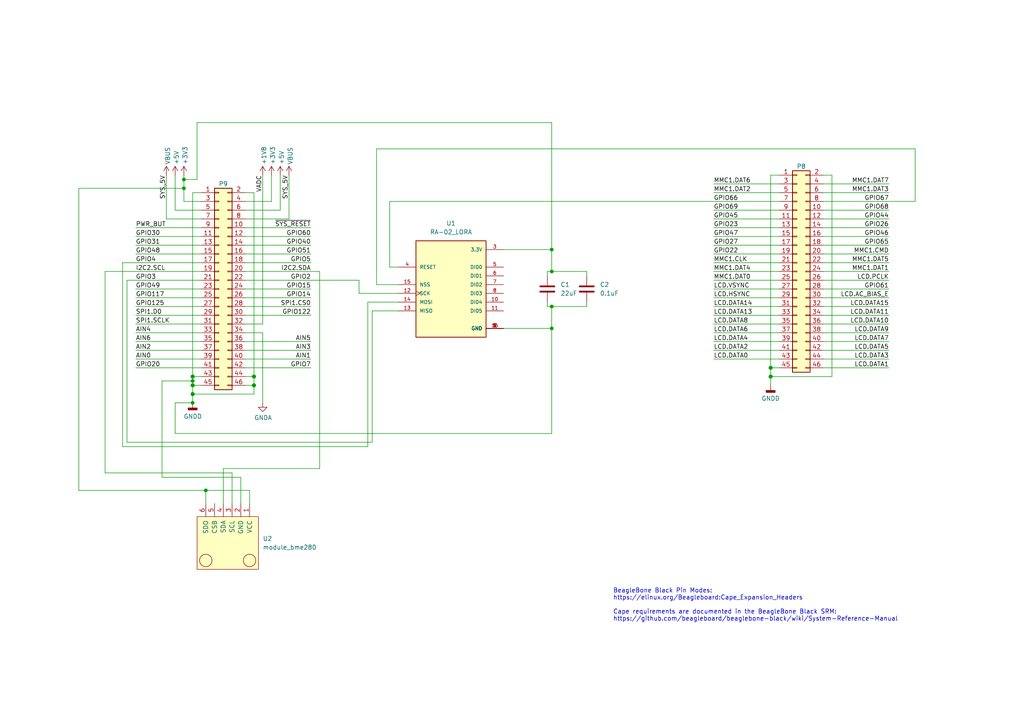
<source format=kicad_sch>
(kicad_sch (version 20230121) (generator eeschema)

  (uuid e63e39d7-6ac0-4ffd-8aa3-1841a4541b55)

  (paper "A4")

  (lib_symbols
    (symbol "Connector_Generic:Conn_02x23_Odd_Even" (pin_names (offset 1.016) hide) (in_bom yes) (on_board yes)
      (property "Reference" "J" (at 1.27 30.48 0)
        (effects (font (size 1.27 1.27)))
      )
      (property "Value" "Conn_02x23_Odd_Even" (at 1.27 -30.48 0)
        (effects (font (size 1.27 1.27)))
      )
      (property "Footprint" "" (at 0 0 0)
        (effects (font (size 1.27 1.27)) hide)
      )
      (property "Datasheet" "~" (at 0 0 0)
        (effects (font (size 1.27 1.27)) hide)
      )
      (property "ki_keywords" "connector" (at 0 0 0)
        (effects (font (size 1.27 1.27)) hide)
      )
      (property "ki_description" "Generic connector, double row, 02x23, odd/even pin numbering scheme (row 1 odd numbers, row 2 even numbers), script generated (kicad-library-utils/schlib/autogen/connector/)" (at 0 0 0)
        (effects (font (size 1.27 1.27)) hide)
      )
      (property "ki_fp_filters" "Connector*:*_2x??_*" (at 0 0 0)
        (effects (font (size 1.27 1.27)) hide)
      )
      (symbol "Conn_02x23_Odd_Even_1_1"
        (rectangle (start -1.27 -27.813) (end 0 -28.067)
          (stroke (width 0.1524) (type default))
          (fill (type none))
        )
        (rectangle (start -1.27 -25.273) (end 0 -25.527)
          (stroke (width 0.1524) (type default))
          (fill (type none))
        )
        (rectangle (start -1.27 -22.733) (end 0 -22.987)
          (stroke (width 0.1524) (type default))
          (fill (type none))
        )
        (rectangle (start -1.27 -20.193) (end 0 -20.447)
          (stroke (width 0.1524) (type default))
          (fill (type none))
        )
        (rectangle (start -1.27 -17.653) (end 0 -17.907)
          (stroke (width 0.1524) (type default))
          (fill (type none))
        )
        (rectangle (start -1.27 -15.113) (end 0 -15.367)
          (stroke (width 0.1524) (type default))
          (fill (type none))
        )
        (rectangle (start -1.27 -12.573) (end 0 -12.827)
          (stroke (width 0.1524) (type default))
          (fill (type none))
        )
        (rectangle (start -1.27 -10.033) (end 0 -10.287)
          (stroke (width 0.1524) (type default))
          (fill (type none))
        )
        (rectangle (start -1.27 -7.493) (end 0 -7.747)
          (stroke (width 0.1524) (type default))
          (fill (type none))
        )
        (rectangle (start -1.27 -4.953) (end 0 -5.207)
          (stroke (width 0.1524) (type default))
          (fill (type none))
        )
        (rectangle (start -1.27 -2.413) (end 0 -2.667)
          (stroke (width 0.1524) (type default))
          (fill (type none))
        )
        (rectangle (start -1.27 0.127) (end 0 -0.127)
          (stroke (width 0.1524) (type default))
          (fill (type none))
        )
        (rectangle (start -1.27 2.667) (end 0 2.413)
          (stroke (width 0.1524) (type default))
          (fill (type none))
        )
        (rectangle (start -1.27 5.207) (end 0 4.953)
          (stroke (width 0.1524) (type default))
          (fill (type none))
        )
        (rectangle (start -1.27 7.747) (end 0 7.493)
          (stroke (width 0.1524) (type default))
          (fill (type none))
        )
        (rectangle (start -1.27 10.287) (end 0 10.033)
          (stroke (width 0.1524) (type default))
          (fill (type none))
        )
        (rectangle (start -1.27 12.827) (end 0 12.573)
          (stroke (width 0.1524) (type default))
          (fill (type none))
        )
        (rectangle (start -1.27 15.367) (end 0 15.113)
          (stroke (width 0.1524) (type default))
          (fill (type none))
        )
        (rectangle (start -1.27 17.907) (end 0 17.653)
          (stroke (width 0.1524) (type default))
          (fill (type none))
        )
        (rectangle (start -1.27 20.447) (end 0 20.193)
          (stroke (width 0.1524) (type default))
          (fill (type none))
        )
        (rectangle (start -1.27 22.987) (end 0 22.733)
          (stroke (width 0.1524) (type default))
          (fill (type none))
        )
        (rectangle (start -1.27 25.527) (end 0 25.273)
          (stroke (width 0.1524) (type default))
          (fill (type none))
        )
        (rectangle (start -1.27 28.067) (end 0 27.813)
          (stroke (width 0.1524) (type default))
          (fill (type none))
        )
        (rectangle (start -1.27 29.21) (end 3.81 -29.21)
          (stroke (width 0.254) (type default))
          (fill (type background))
        )
        (rectangle (start 3.81 -27.813) (end 2.54 -28.067)
          (stroke (width 0.1524) (type default))
          (fill (type none))
        )
        (rectangle (start 3.81 -25.273) (end 2.54 -25.527)
          (stroke (width 0.1524) (type default))
          (fill (type none))
        )
        (rectangle (start 3.81 -22.733) (end 2.54 -22.987)
          (stroke (width 0.1524) (type default))
          (fill (type none))
        )
        (rectangle (start 3.81 -20.193) (end 2.54 -20.447)
          (stroke (width 0.1524) (type default))
          (fill (type none))
        )
        (rectangle (start 3.81 -17.653) (end 2.54 -17.907)
          (stroke (width 0.1524) (type default))
          (fill (type none))
        )
        (rectangle (start 3.81 -15.113) (end 2.54 -15.367)
          (stroke (width 0.1524) (type default))
          (fill (type none))
        )
        (rectangle (start 3.81 -12.573) (end 2.54 -12.827)
          (stroke (width 0.1524) (type default))
          (fill (type none))
        )
        (rectangle (start 3.81 -10.033) (end 2.54 -10.287)
          (stroke (width 0.1524) (type default))
          (fill (type none))
        )
        (rectangle (start 3.81 -7.493) (end 2.54 -7.747)
          (stroke (width 0.1524) (type default))
          (fill (type none))
        )
        (rectangle (start 3.81 -4.953) (end 2.54 -5.207)
          (stroke (width 0.1524) (type default))
          (fill (type none))
        )
        (rectangle (start 3.81 -2.413) (end 2.54 -2.667)
          (stroke (width 0.1524) (type default))
          (fill (type none))
        )
        (rectangle (start 3.81 0.127) (end 2.54 -0.127)
          (stroke (width 0.1524) (type default))
          (fill (type none))
        )
        (rectangle (start 3.81 2.667) (end 2.54 2.413)
          (stroke (width 0.1524) (type default))
          (fill (type none))
        )
        (rectangle (start 3.81 5.207) (end 2.54 4.953)
          (stroke (width 0.1524) (type default))
          (fill (type none))
        )
        (rectangle (start 3.81 7.747) (end 2.54 7.493)
          (stroke (width 0.1524) (type default))
          (fill (type none))
        )
        (rectangle (start 3.81 10.287) (end 2.54 10.033)
          (stroke (width 0.1524) (type default))
          (fill (type none))
        )
        (rectangle (start 3.81 12.827) (end 2.54 12.573)
          (stroke (width 0.1524) (type default))
          (fill (type none))
        )
        (rectangle (start 3.81 15.367) (end 2.54 15.113)
          (stroke (width 0.1524) (type default))
          (fill (type none))
        )
        (rectangle (start 3.81 17.907) (end 2.54 17.653)
          (stroke (width 0.1524) (type default))
          (fill (type none))
        )
        (rectangle (start 3.81 20.447) (end 2.54 20.193)
          (stroke (width 0.1524) (type default))
          (fill (type none))
        )
        (rectangle (start 3.81 22.987) (end 2.54 22.733)
          (stroke (width 0.1524) (type default))
          (fill (type none))
        )
        (rectangle (start 3.81 25.527) (end 2.54 25.273)
          (stroke (width 0.1524) (type default))
          (fill (type none))
        )
        (rectangle (start 3.81 28.067) (end 2.54 27.813)
          (stroke (width 0.1524) (type default))
          (fill (type none))
        )
        (pin passive line (at -5.08 27.94 0) (length 3.81)
          (name "Pin_1" (effects (font (size 1.27 1.27))))
          (number "1" (effects (font (size 1.27 1.27))))
        )
        (pin passive line (at 7.62 17.78 180) (length 3.81)
          (name "Pin_10" (effects (font (size 1.27 1.27))))
          (number "10" (effects (font (size 1.27 1.27))))
        )
        (pin passive line (at -5.08 15.24 0) (length 3.81)
          (name "Pin_11" (effects (font (size 1.27 1.27))))
          (number "11" (effects (font (size 1.27 1.27))))
        )
        (pin passive line (at 7.62 15.24 180) (length 3.81)
          (name "Pin_12" (effects (font (size 1.27 1.27))))
          (number "12" (effects (font (size 1.27 1.27))))
        )
        (pin passive line (at -5.08 12.7 0) (length 3.81)
          (name "Pin_13" (effects (font (size 1.27 1.27))))
          (number "13" (effects (font (size 1.27 1.27))))
        )
        (pin passive line (at 7.62 12.7 180) (length 3.81)
          (name "Pin_14" (effects (font (size 1.27 1.27))))
          (number "14" (effects (font (size 1.27 1.27))))
        )
        (pin passive line (at -5.08 10.16 0) (length 3.81)
          (name "Pin_15" (effects (font (size 1.27 1.27))))
          (number "15" (effects (font (size 1.27 1.27))))
        )
        (pin passive line (at 7.62 10.16 180) (length 3.81)
          (name "Pin_16" (effects (font (size 1.27 1.27))))
          (number "16" (effects (font (size 1.27 1.27))))
        )
        (pin passive line (at -5.08 7.62 0) (length 3.81)
          (name "Pin_17" (effects (font (size 1.27 1.27))))
          (number "17" (effects (font (size 1.27 1.27))))
        )
        (pin passive line (at 7.62 7.62 180) (length 3.81)
          (name "Pin_18" (effects (font (size 1.27 1.27))))
          (number "18" (effects (font (size 1.27 1.27))))
        )
        (pin passive line (at -5.08 5.08 0) (length 3.81)
          (name "Pin_19" (effects (font (size 1.27 1.27))))
          (number "19" (effects (font (size 1.27 1.27))))
        )
        (pin passive line (at 7.62 27.94 180) (length 3.81)
          (name "Pin_2" (effects (font (size 1.27 1.27))))
          (number "2" (effects (font (size 1.27 1.27))))
        )
        (pin passive line (at 7.62 5.08 180) (length 3.81)
          (name "Pin_20" (effects (font (size 1.27 1.27))))
          (number "20" (effects (font (size 1.27 1.27))))
        )
        (pin passive line (at -5.08 2.54 0) (length 3.81)
          (name "Pin_21" (effects (font (size 1.27 1.27))))
          (number "21" (effects (font (size 1.27 1.27))))
        )
        (pin passive line (at 7.62 2.54 180) (length 3.81)
          (name "Pin_22" (effects (font (size 1.27 1.27))))
          (number "22" (effects (font (size 1.27 1.27))))
        )
        (pin passive line (at -5.08 0 0) (length 3.81)
          (name "Pin_23" (effects (font (size 1.27 1.27))))
          (number "23" (effects (font (size 1.27 1.27))))
        )
        (pin passive line (at 7.62 0 180) (length 3.81)
          (name "Pin_24" (effects (font (size 1.27 1.27))))
          (number "24" (effects (font (size 1.27 1.27))))
        )
        (pin passive line (at -5.08 -2.54 0) (length 3.81)
          (name "Pin_25" (effects (font (size 1.27 1.27))))
          (number "25" (effects (font (size 1.27 1.27))))
        )
        (pin passive line (at 7.62 -2.54 180) (length 3.81)
          (name "Pin_26" (effects (font (size 1.27 1.27))))
          (number "26" (effects (font (size 1.27 1.27))))
        )
        (pin passive line (at -5.08 -5.08 0) (length 3.81)
          (name "Pin_27" (effects (font (size 1.27 1.27))))
          (number "27" (effects (font (size 1.27 1.27))))
        )
        (pin passive line (at 7.62 -5.08 180) (length 3.81)
          (name "Pin_28" (effects (font (size 1.27 1.27))))
          (number "28" (effects (font (size 1.27 1.27))))
        )
        (pin passive line (at -5.08 -7.62 0) (length 3.81)
          (name "Pin_29" (effects (font (size 1.27 1.27))))
          (number "29" (effects (font (size 1.27 1.27))))
        )
        (pin passive line (at -5.08 25.4 0) (length 3.81)
          (name "Pin_3" (effects (font (size 1.27 1.27))))
          (number "3" (effects (font (size 1.27 1.27))))
        )
        (pin passive line (at 7.62 -7.62 180) (length 3.81)
          (name "Pin_30" (effects (font (size 1.27 1.27))))
          (number "30" (effects (font (size 1.27 1.27))))
        )
        (pin passive line (at -5.08 -10.16 0) (length 3.81)
          (name "Pin_31" (effects (font (size 1.27 1.27))))
          (number "31" (effects (font (size 1.27 1.27))))
        )
        (pin passive line (at 7.62 -10.16 180) (length 3.81)
          (name "Pin_32" (effects (font (size 1.27 1.27))))
          (number "32" (effects (font (size 1.27 1.27))))
        )
        (pin passive line (at -5.08 -12.7 0) (length 3.81)
          (name "Pin_33" (effects (font (size 1.27 1.27))))
          (number "33" (effects (font (size 1.27 1.27))))
        )
        (pin passive line (at 7.62 -12.7 180) (length 3.81)
          (name "Pin_34" (effects (font (size 1.27 1.27))))
          (number "34" (effects (font (size 1.27 1.27))))
        )
        (pin passive line (at -5.08 -15.24 0) (length 3.81)
          (name "Pin_35" (effects (font (size 1.27 1.27))))
          (number "35" (effects (font (size 1.27 1.27))))
        )
        (pin passive line (at 7.62 -15.24 180) (length 3.81)
          (name "Pin_36" (effects (font (size 1.27 1.27))))
          (number "36" (effects (font (size 1.27 1.27))))
        )
        (pin passive line (at -5.08 -17.78 0) (length 3.81)
          (name "Pin_37" (effects (font (size 1.27 1.27))))
          (number "37" (effects (font (size 1.27 1.27))))
        )
        (pin passive line (at 7.62 -17.78 180) (length 3.81)
          (name "Pin_38" (effects (font (size 1.27 1.27))))
          (number "38" (effects (font (size 1.27 1.27))))
        )
        (pin passive line (at -5.08 -20.32 0) (length 3.81)
          (name "Pin_39" (effects (font (size 1.27 1.27))))
          (number "39" (effects (font (size 1.27 1.27))))
        )
        (pin passive line (at 7.62 25.4 180) (length 3.81)
          (name "Pin_4" (effects (font (size 1.27 1.27))))
          (number "4" (effects (font (size 1.27 1.27))))
        )
        (pin passive line (at 7.62 -20.32 180) (length 3.81)
          (name "Pin_40" (effects (font (size 1.27 1.27))))
          (number "40" (effects (font (size 1.27 1.27))))
        )
        (pin passive line (at -5.08 -22.86 0) (length 3.81)
          (name "Pin_41" (effects (font (size 1.27 1.27))))
          (number "41" (effects (font (size 1.27 1.27))))
        )
        (pin passive line (at 7.62 -22.86 180) (length 3.81)
          (name "Pin_42" (effects (font (size 1.27 1.27))))
          (number "42" (effects (font (size 1.27 1.27))))
        )
        (pin passive line (at -5.08 -25.4 0) (length 3.81)
          (name "Pin_43" (effects (font (size 1.27 1.27))))
          (number "43" (effects (font (size 1.27 1.27))))
        )
        (pin passive line (at 7.62 -25.4 180) (length 3.81)
          (name "Pin_44" (effects (font (size 1.27 1.27))))
          (number "44" (effects (font (size 1.27 1.27))))
        )
        (pin passive line (at -5.08 -27.94 0) (length 3.81)
          (name "Pin_45" (effects (font (size 1.27 1.27))))
          (number "45" (effects (font (size 1.27 1.27))))
        )
        (pin passive line (at 7.62 -27.94 180) (length 3.81)
          (name "Pin_46" (effects (font (size 1.27 1.27))))
          (number "46" (effects (font (size 1.27 1.27))))
        )
        (pin passive line (at -5.08 22.86 0) (length 3.81)
          (name "Pin_5" (effects (font (size 1.27 1.27))))
          (number "5" (effects (font (size 1.27 1.27))))
        )
        (pin passive line (at 7.62 22.86 180) (length 3.81)
          (name "Pin_6" (effects (font (size 1.27 1.27))))
          (number "6" (effects (font (size 1.27 1.27))))
        )
        (pin passive line (at -5.08 20.32 0) (length 3.81)
          (name "Pin_7" (effects (font (size 1.27 1.27))))
          (number "7" (effects (font (size 1.27 1.27))))
        )
        (pin passive line (at 7.62 20.32 180) (length 3.81)
          (name "Pin_8" (effects (font (size 1.27 1.27))))
          (number "8" (effects (font (size 1.27 1.27))))
        )
        (pin passive line (at -5.08 17.78 0) (length 3.81)
          (name "Pin_9" (effects (font (size 1.27 1.27))))
          (number "9" (effects (font (size 1.27 1.27))))
        )
      )
    )
    (symbol "Device:C" (pin_numbers hide) (pin_names (offset 0.254)) (in_bom yes) (on_board yes)
      (property "Reference" "C" (at 0.635 2.54 0)
        (effects (font (size 1.27 1.27)) (justify left))
      )
      (property "Value" "C" (at 0.635 -2.54 0)
        (effects (font (size 1.27 1.27)) (justify left))
      )
      (property "Footprint" "" (at 0.9652 -3.81 0)
        (effects (font (size 1.27 1.27)) hide)
      )
      (property "Datasheet" "~" (at 0 0 0)
        (effects (font (size 1.27 1.27)) hide)
      )
      (property "ki_keywords" "cap capacitor" (at 0 0 0)
        (effects (font (size 1.27 1.27)) hide)
      )
      (property "ki_description" "Unpolarized capacitor" (at 0 0 0)
        (effects (font (size 1.27 1.27)) hide)
      )
      (property "ki_fp_filters" "C_*" (at 0 0 0)
        (effects (font (size 1.27 1.27)) hide)
      )
      (symbol "C_0_1"
        (polyline
          (pts
            (xy -2.032 -0.762)
            (xy 2.032 -0.762)
          )
          (stroke (width 0.508) (type default))
          (fill (type none))
        )
        (polyline
          (pts
            (xy -2.032 0.762)
            (xy 2.032 0.762)
          )
          (stroke (width 0.508) (type default))
          (fill (type none))
        )
      )
      (symbol "C_1_1"
        (pin passive line (at 0 3.81 270) (length 2.794)
          (name "~" (effects (font (size 1.27 1.27))))
          (number "1" (effects (font (size 1.27 1.27))))
        )
        (pin passive line (at 0 -3.81 90) (length 2.794)
          (name "~" (effects (font (size 1.27 1.27))))
          (number "2" (effects (font (size 1.27 1.27))))
        )
      )
    )
    (symbol "RA-02_LORA:RA-02_LORA" (pin_names (offset 1.016)) (in_bom yes) (on_board yes)
      (property "Reference" "U" (at -10.16 16.51 0)
        (effects (font (size 1.27 1.27)) (justify left bottom))
      )
      (property "Value" "RA-02_LORA" (at -10.16 -13.97 0)
        (effects (font (size 1.27 1.27)) (justify left top))
      )
      (property "Footprint" "RA-02_LORA:MODULE_RA-02_LORA" (at 0 0 0)
        (effects (font (size 1.27 1.27)) (justify bottom) hide)
      )
      (property "Datasheet" "" (at 0 0 0)
        (effects (font (size 1.27 1.27)) hide)
      )
      (property "MF" "AI-Thinker" (at 0 0 0)
        (effects (font (size 1.27 1.27)) (justify bottom) hide)
      )
      (property "MAXIMUM_PACKAGE_HEIGHT" "3.3mm" (at 0 0 0)
        (effects (font (size 1.27 1.27)) (justify bottom) hide)
      )
      (property "Package" "None" (at 0 0 0)
        (effects (font (size 1.27 1.27)) (justify bottom) hide)
      )
      (property "Price" "None" (at 0 0 0)
        (effects (font (size 1.27 1.27)) (justify bottom) hide)
      )
      (property "Check_prices" "https://www.snapeda.com/parts/Ra-02%20LoRa/AI-Thinker/view-part/?ref=eda" (at 0 0 0)
        (effects (font (size 1.27 1.27)) (justify bottom) hide)
      )
      (property "STANDARD" "Manufacturer Recommendations" (at 0 0 0)
        (effects (font (size 1.27 1.27)) (justify bottom) hide)
      )
      (property "PARTREV" "2018/03/02" (at 0 0 0)
        (effects (font (size 1.27 1.27)) (justify bottom) hide)
      )
      (property "SnapEDA_Link" "https://www.snapeda.com/parts/Ra-02%20LoRa/AI-Thinker/view-part/?ref=snap" (at 0 0 0)
        (effects (font (size 1.27 1.27)) (justify bottom) hide)
      )
      (property "MP" "Ra-02 LoRa" (at 0 0 0)
        (effects (font (size 1.27 1.27)) (justify bottom) hide)
      )
      (property "Description" "\nRa-02 LoRa RF M5Stack Platform Evaluation Expansion Board\n" (at 0 0 0)
        (effects (font (size 1.27 1.27)) (justify bottom) hide)
      )
      (property "Availability" "Not in stock" (at 0 0 0)
        (effects (font (size 1.27 1.27)) (justify bottom) hide)
      )
      (property "MANUFACTURER" "Ai-Thinker" (at 0 0 0)
        (effects (font (size 1.27 1.27)) (justify bottom) hide)
      )
      (symbol "RA-02_LORA_0_0"
        (rectangle (start -10.16 -12.7) (end 10.16 15.24)
          (stroke (width 0.254) (type default))
          (fill (type background))
        )
        (pin power_in line (at 15.24 -10.16 180) (length 5.08)
          (name "GND" (effects (font (size 1.016 1.016))))
          (number "1" (effects (font (size 1.016 1.016))))
        )
        (pin bidirectional line (at 15.24 -2.54 180) (length 5.08)
          (name "DI04" (effects (font (size 1.016 1.016))))
          (number "10" (effects (font (size 1.016 1.016))))
        )
        (pin bidirectional line (at 15.24 -5.08 180) (length 5.08)
          (name "DI05" (effects (font (size 1.016 1.016))))
          (number "11" (effects (font (size 1.016 1.016))))
        )
        (pin input clock (at -15.24 0 0) (length 5.08)
          (name "SCK" (effects (font (size 1.016 1.016))))
          (number "12" (effects (font (size 1.016 1.016))))
        )
        (pin output line (at -15.24 -5.08 0) (length 5.08)
          (name "MISO" (effects (font (size 1.016 1.016))))
          (number "13" (effects (font (size 1.016 1.016))))
        )
        (pin input line (at -15.24 -2.54 0) (length 5.08)
          (name "MOSI" (effects (font (size 1.016 1.016))))
          (number "14" (effects (font (size 1.016 1.016))))
        )
        (pin input line (at -15.24 2.54 0) (length 5.08)
          (name "NSS" (effects (font (size 1.016 1.016))))
          (number "15" (effects (font (size 1.016 1.016))))
        )
        (pin power_in line (at 15.24 -10.16 180) (length 5.08)
          (name "GND" (effects (font (size 1.016 1.016))))
          (number "16" (effects (font (size 1.016 1.016))))
        )
        (pin power_in line (at 15.24 -10.16 180) (length 5.08)
          (name "GND" (effects (font (size 1.016 1.016))))
          (number "2" (effects (font (size 1.016 1.016))))
        )
        (pin power_in line (at 15.24 12.7 180) (length 5.08)
          (name "3.3V" (effects (font (size 1.016 1.016))))
          (number "3" (effects (font (size 1.016 1.016))))
        )
        (pin input line (at -15.24 7.62 0) (length 5.08)
          (name "RESET" (effects (font (size 1.016 1.016))))
          (number "4" (effects (font (size 1.016 1.016))))
        )
        (pin bidirectional line (at 15.24 7.62 180) (length 5.08)
          (name "DI00" (effects (font (size 1.016 1.016))))
          (number "5" (effects (font (size 1.016 1.016))))
        )
        (pin bidirectional line (at 15.24 5.08 180) (length 5.08)
          (name "DI01" (effects (font (size 1.016 1.016))))
          (number "6" (effects (font (size 1.016 1.016))))
        )
        (pin bidirectional line (at 15.24 2.54 180) (length 5.08)
          (name "DI02" (effects (font (size 1.016 1.016))))
          (number "7" (effects (font (size 1.016 1.016))))
        )
        (pin bidirectional line (at 15.24 0 180) (length 5.08)
          (name "DI03" (effects (font (size 1.016 1.016))))
          (number "8" (effects (font (size 1.016 1.016))))
        )
        (pin power_in line (at 15.24 -10.16 180) (length 5.08)
          (name "GND" (effects (font (size 1.016 1.016))))
          (number "9" (effects (font (size 1.016 1.016))))
        )
      )
    )
    (symbol "power:+1V8" (power) (pin_names (offset 0)) (in_bom yes) (on_board yes)
      (property "Reference" "#PWR" (at 0 -3.81 0)
        (effects (font (size 1.27 1.27)) hide)
      )
      (property "Value" "+1V8" (at 0 3.556 0)
        (effects (font (size 1.27 1.27)))
      )
      (property "Footprint" "" (at 0 0 0)
        (effects (font (size 1.27 1.27)) hide)
      )
      (property "Datasheet" "" (at 0 0 0)
        (effects (font (size 1.27 1.27)) hide)
      )
      (property "ki_keywords" "power-flag" (at 0 0 0)
        (effects (font (size 1.27 1.27)) hide)
      )
      (property "ki_description" "Power symbol creates a global label with name \"+1V8\"" (at 0 0 0)
        (effects (font (size 1.27 1.27)) hide)
      )
      (symbol "+1V8_0_1"
        (polyline
          (pts
            (xy -0.762 1.27)
            (xy 0 2.54)
          )
          (stroke (width 0) (type default))
          (fill (type none))
        )
        (polyline
          (pts
            (xy 0 0)
            (xy 0 2.54)
          )
          (stroke (width 0) (type default))
          (fill (type none))
        )
        (polyline
          (pts
            (xy 0 2.54)
            (xy 0.762 1.27)
          )
          (stroke (width 0) (type default))
          (fill (type none))
        )
      )
      (symbol "+1V8_1_1"
        (pin power_in line (at 0 0 90) (length 0) hide
          (name "+1V8" (effects (font (size 1.27 1.27))))
          (number "1" (effects (font (size 1.27 1.27))))
        )
      )
    )
    (symbol "power:+3.3V" (power) (pin_names (offset 0)) (in_bom yes) (on_board yes)
      (property "Reference" "#PWR" (at 0 -3.81 0)
        (effects (font (size 1.27 1.27)) hide)
      )
      (property "Value" "+3.3V" (at 0 3.556 0)
        (effects (font (size 1.27 1.27)))
      )
      (property "Footprint" "" (at 0 0 0)
        (effects (font (size 1.27 1.27)) hide)
      )
      (property "Datasheet" "" (at 0 0 0)
        (effects (font (size 1.27 1.27)) hide)
      )
      (property "ki_keywords" "power-flag" (at 0 0 0)
        (effects (font (size 1.27 1.27)) hide)
      )
      (property "ki_description" "Power symbol creates a global label with name \"+3.3V\"" (at 0 0 0)
        (effects (font (size 1.27 1.27)) hide)
      )
      (symbol "+3.3V_0_1"
        (polyline
          (pts
            (xy -0.762 1.27)
            (xy 0 2.54)
          )
          (stroke (width 0) (type default))
          (fill (type none))
        )
        (polyline
          (pts
            (xy 0 0)
            (xy 0 2.54)
          )
          (stroke (width 0) (type default))
          (fill (type none))
        )
        (polyline
          (pts
            (xy 0 2.54)
            (xy 0.762 1.27)
          )
          (stroke (width 0) (type default))
          (fill (type none))
        )
      )
      (symbol "+3.3V_1_1"
        (pin power_in line (at 0 0 90) (length 0) hide
          (name "+3V3" (effects (font (size 1.27 1.27))))
          (number "1" (effects (font (size 1.27 1.27))))
        )
      )
    )
    (symbol "power:+5V" (power) (pin_names (offset 0)) (in_bom yes) (on_board yes)
      (property "Reference" "#PWR" (at 0 -3.81 0)
        (effects (font (size 1.27 1.27)) hide)
      )
      (property "Value" "+5V" (at 0 3.556 0)
        (effects (font (size 1.27 1.27)))
      )
      (property "Footprint" "" (at 0 0 0)
        (effects (font (size 1.27 1.27)) hide)
      )
      (property "Datasheet" "" (at 0 0 0)
        (effects (font (size 1.27 1.27)) hide)
      )
      (property "ki_keywords" "power-flag" (at 0 0 0)
        (effects (font (size 1.27 1.27)) hide)
      )
      (property "ki_description" "Power symbol creates a global label with name \"+5V\"" (at 0 0 0)
        (effects (font (size 1.27 1.27)) hide)
      )
      (symbol "+5V_0_1"
        (polyline
          (pts
            (xy -0.762 1.27)
            (xy 0 2.54)
          )
          (stroke (width 0) (type default))
          (fill (type none))
        )
        (polyline
          (pts
            (xy 0 0)
            (xy 0 2.54)
          )
          (stroke (width 0) (type default))
          (fill (type none))
        )
        (polyline
          (pts
            (xy 0 2.54)
            (xy 0.762 1.27)
          )
          (stroke (width 0) (type default))
          (fill (type none))
        )
      )
      (symbol "+5V_1_1"
        (pin power_in line (at 0 0 90) (length 0) hide
          (name "+5V" (effects (font (size 1.27 1.27))))
          (number "1" (effects (font (size 1.27 1.27))))
        )
      )
    )
    (symbol "power:GNDA" (power) (pin_names (offset 0)) (in_bom yes) (on_board yes)
      (property "Reference" "#PWR" (at 0 -6.35 0)
        (effects (font (size 1.27 1.27)) hide)
      )
      (property "Value" "GNDA" (at 0 -3.81 0)
        (effects (font (size 1.27 1.27)))
      )
      (property "Footprint" "" (at 0 0 0)
        (effects (font (size 1.27 1.27)) hide)
      )
      (property "Datasheet" "" (at 0 0 0)
        (effects (font (size 1.27 1.27)) hide)
      )
      (property "ki_keywords" "power-flag" (at 0 0 0)
        (effects (font (size 1.27 1.27)) hide)
      )
      (property "ki_description" "Power symbol creates a global label with name \"GNDA\" , analog ground" (at 0 0 0)
        (effects (font (size 1.27 1.27)) hide)
      )
      (symbol "GNDA_0_1"
        (polyline
          (pts
            (xy 0 0)
            (xy 0 -1.27)
            (xy 1.27 -1.27)
            (xy 0 -2.54)
            (xy -1.27 -1.27)
            (xy 0 -1.27)
          )
          (stroke (width 0) (type default))
          (fill (type none))
        )
      )
      (symbol "GNDA_1_1"
        (pin power_in line (at 0 0 270) (length 0) hide
          (name "GNDA" (effects (font (size 1.27 1.27))))
          (number "1" (effects (font (size 1.27 1.27))))
        )
      )
    )
    (symbol "power:GNDD" (power) (pin_names (offset 0)) (in_bom yes) (on_board yes)
      (property "Reference" "#PWR" (at 0 -6.35 0)
        (effects (font (size 1.27 1.27)) hide)
      )
      (property "Value" "GNDD" (at 0 -3.175 0)
        (effects (font (size 1.27 1.27)))
      )
      (property "Footprint" "" (at 0 0 0)
        (effects (font (size 1.27 1.27)) hide)
      )
      (property "Datasheet" "" (at 0 0 0)
        (effects (font (size 1.27 1.27)) hide)
      )
      (property "ki_keywords" "power-flag" (at 0 0 0)
        (effects (font (size 1.27 1.27)) hide)
      )
      (property "ki_description" "Power symbol creates a global label with name \"GNDD\" , digital ground" (at 0 0 0)
        (effects (font (size 1.27 1.27)) hide)
      )
      (symbol "GNDD_0_1"
        (rectangle (start -1.27 -1.524) (end 1.27 -2.032)
          (stroke (width 0.254) (type default))
          (fill (type outline))
        )
        (polyline
          (pts
            (xy 0 0)
            (xy 0 -1.524)
          )
          (stroke (width 0) (type default))
          (fill (type none))
        )
      )
      (symbol "GNDD_1_1"
        (pin power_in line (at 0 0 270) (length 0) hide
          (name "GNDD" (effects (font (size 1.27 1.27))))
          (number "1" (effects (font (size 1.27 1.27))))
        )
      )
    )
    (symbol "power:VBUS" (power) (pin_names (offset 0)) (in_bom yes) (on_board yes)
      (property "Reference" "#PWR" (at 0 -3.81 0)
        (effects (font (size 1.27 1.27)) hide)
      )
      (property "Value" "VBUS" (at 0 3.81 0)
        (effects (font (size 1.27 1.27)))
      )
      (property "Footprint" "" (at 0 0 0)
        (effects (font (size 1.27 1.27)) hide)
      )
      (property "Datasheet" "" (at 0 0 0)
        (effects (font (size 1.27 1.27)) hide)
      )
      (property "ki_keywords" "power-flag" (at 0 0 0)
        (effects (font (size 1.27 1.27)) hide)
      )
      (property "ki_description" "Power symbol creates a global label with name \"VBUS\"" (at 0 0 0)
        (effects (font (size 1.27 1.27)) hide)
      )
      (symbol "VBUS_0_1"
        (polyline
          (pts
            (xy -0.762 1.27)
            (xy 0 2.54)
          )
          (stroke (width 0) (type default))
          (fill (type none))
        )
        (polyline
          (pts
            (xy 0 0)
            (xy 0 2.54)
          )
          (stroke (width 0) (type default))
          (fill (type none))
        )
        (polyline
          (pts
            (xy 0 2.54)
            (xy 0.762 1.27)
          )
          (stroke (width 0) (type default))
          (fill (type none))
        )
      )
      (symbol "VBUS_1_1"
        (pin power_in line (at 0 0 90) (length 0) hide
          (name "VBUS" (effects (font (size 1.27 1.27))))
          (number "1" (effects (font (size 1.27 1.27))))
        )
      )
    )
    (symbol "usini_sensors:module_bme280" (pin_names (offset 1.016)) (in_bom yes) (on_board yes)
      (property "Reference" "U" (at 3.81 11.43 0)
        (effects (font (size 1.27 1.27)))
      )
      (property "Value" "module_bme280" (at 11.43 -8.89 0)
        (effects (font (size 1.27 1.27)))
      )
      (property "Footprint" "usini_sensors:module_bme280" (at 12.7 -11.43 0)
        (effects (font (size 1.27 1.27)) hide)
      )
      (property "Datasheet" "" (at 0 0 0)
        (effects (font (size 1.27 1.27)) hide)
      )
      (symbol "module_bme280_0_1"
        (rectangle (start 3.81 -7.62) (end 19.05 10.16)
          (stroke (width 0) (type default))
          (fill (type background))
        )
        (circle (center 16.51 -5.08) (radius 1.8034)
          (stroke (width 0) (type default))
          (fill (type none))
        )
        (circle (center 16.51 7.62) (radius 1.8034)
          (stroke (width 0) (type default))
          (fill (type none))
        )
      )
      (symbol "module_bme280_1_1"
        (pin passive line (at 0 7.62 0) (length 3.81)
          (name "VCC" (effects (font (size 1.27 1.27))))
          (number "1" (effects (font (size 1.27 1.27))))
        )
        (pin passive line (at 0 5.08 0) (length 3.81)
          (name "GND" (effects (font (size 1.27 1.27))))
          (number "2" (effects (font (size 1.27 1.27))))
        )
        (pin passive line (at 0 2.54 0) (length 3.81)
          (name "SCL" (effects (font (size 1.27 1.27))))
          (number "3" (effects (font (size 1.27 1.27))))
        )
        (pin passive line (at 0 0 0) (length 3.81)
          (name "SDA" (effects (font (size 1.27 1.27))))
          (number "4" (effects (font (size 1.27 1.27))))
        )
        (pin passive line (at 0 -2.54 0) (length 3.81)
          (name "CSB" (effects (font (size 1.27 1.27))))
          (number "5" (effects (font (size 1.27 1.27))))
        )
        (pin passive line (at 0 -5.08 0) (length 3.81)
          (name "SDO" (effects (font (size 1.27 1.27))))
          (number "6" (effects (font (size 1.27 1.27))))
        )
      )
    )
  )

  (junction (at 160.02 72.39) (diameter 0) (color 0 0 0 0)
    (uuid 0b6b548f-c45c-416a-ab77-e4626aba7692)
  )
  (junction (at 160.02 88.9) (diameter 0) (color 0 0 0 0)
    (uuid 24f3b9c1-5a5a-4b4e-9920-2910e8f0a4f6)
  )
  (junction (at 55.88 111.76) (diameter 1.016) (color 0 0 0 0)
    (uuid 2f215f15-3d52-4c91-93e6-3ea03a95622f)
  )
  (junction (at 55.88 116.84) (diameter 0) (color 0 0 0 0)
    (uuid 4295fc55-9252-4288-adf4-2ccfbacbd352)
  )
  (junction (at 223.52 109.22) (diameter 1.016) (color 0 0 0 0)
    (uuid 45008225-f50f-4d6b-b508-6730a9408caf)
  )
  (junction (at 59.69 142.24) (diameter 0) (color 0 0 0 0)
    (uuid 4c2361eb-109e-40b4-a330-c8107ff675bd)
  )
  (junction (at 160.02 95.25) (diameter 0) (color 0 0 0 0)
    (uuid 61d7bf83-9899-4f99-a9ce-68651c0fe9be)
  )
  (junction (at 55.88 109.22) (diameter 1.016) (color 0 0 0 0)
    (uuid 61fe293f-6808-4b7f-9340-9aaac7054a97)
  )
  (junction (at 73.66 111.76) (diameter 1.016) (color 0 0 0 0)
    (uuid 6bfe5804-2ef9-4c65-b2a7-f01e4014370a)
  )
  (junction (at 53.34 54.61) (diameter 0) (color 0 0 0 0)
    (uuid 883baeb7-c540-4848-8821-8864e9554b79)
  )
  (junction (at 223.52 106.68) (diameter 1.016) (color 0 0 0 0)
    (uuid 8c6a821f-8e19-48f3-8f44-9b340f7689bc)
  )
  (junction (at 55.88 114.3) (diameter 1.016) (color 0 0 0 0)
    (uuid 8da933a9-35f8-42e6-8504-d1bab7264306)
  )
  (junction (at 53.34 52.07) (diameter 0) (color 0 0 0 0)
    (uuid a0fc9d85-7819-4709-a138-c4a16aac984e)
  )
  (junction (at 160.02 78.74) (diameter 0) (color 0 0 0 0)
    (uuid b4713ae0-3435-4102-9bed-4453fae75519)
  )
  (junction (at 73.66 109.22) (diameter 1.016) (color 0 0 0 0)
    (uuid c0eca5ed-bc5e-4618-9bcd-80945bea41ed)
  )
  (junction (at 55.88 110.49) (diameter 0) (color 0 0 0 0)
    (uuid e748cf28-aac0-407c-ae89-5be781b70d63)
  )

  (wire (pts (xy 39.37 91.44) (xy 58.42 91.44))
    (stroke (width 0) (type solid))
    (uuid 0076b710-0dbc-4833-919a-2a55ac71f2fb)
  )
  (wire (pts (xy 238.76 81.28) (xy 257.81 81.28))
    (stroke (width 0) (type solid))
    (uuid 0764365f-6dd9-47c9-a73a-b208a53bfd57)
  )
  (wire (pts (xy 71.12 91.44) (xy 90.17 91.44))
    (stroke (width 0) (type solid))
    (uuid 08254701-3119-407c-a4ca-b4c999cba6aa)
  )
  (wire (pts (xy 58.42 60.96) (xy 50.8 60.96))
    (stroke (width 0) (type solid))
    (uuid 09c6d31c-6921-4ada-9a7a-6ce320949c12)
  )
  (wire (pts (xy 76.2 96.52) (xy 76.2 116.84))
    (stroke (width 0) (type solid))
    (uuid 0b54dc65-c319-4f98-a5bf-0fc0746e8144)
  )
  (wire (pts (xy 30.48 137.16) (xy 67.31 137.16))
    (stroke (width 0) (type solid))
    (uuid 0baecba4-ac6c-43d4-9bc7-0880a812118c)
  )
  (wire (pts (xy 238.76 76.2) (xy 257.81 76.2))
    (stroke (width 0) (type solid))
    (uuid 0bb7388e-7393-44ac-8bf7-26879bf41501)
  )
  (wire (pts (xy 238.76 86.36) (xy 257.81 86.36))
    (stroke (width 0) (type solid))
    (uuid 0dbfcdd4-9992-41c3-b186-d0f090355e42)
  )
  (wire (pts (xy 58.42 63.5) (xy 48.26 63.5))
    (stroke (width 0) (type solid))
    (uuid 0f3b00e1-fc99-4687-a350-7272a0c19f46)
  )
  (wire (pts (xy 104.14 85.09) (xy 115.57 85.09))
    (stroke (width 0) (type solid))
    (uuid 1083c761-af86-41d6-a6fb-0cbaee3277bd)
  )
  (wire (pts (xy 55.88 109.22) (xy 58.42 109.22))
    (stroke (width 0) (type solid))
    (uuid 10fa2751-b171-4188-9368-e39561aa0c2e)
  )
  (wire (pts (xy 55.88 111.76) (xy 55.88 110.49))
    (stroke (width 0) (type solid))
    (uuid 10fa2751-b171-4188-9368-e39561aa0c2f)
  )
  (wire (pts (xy 71.12 106.68) (xy 90.17 106.68))
    (stroke (width 0) (type solid))
    (uuid 11a32558-1bce-4b42-ab8f-e34db6ad68a1)
  )
  (wire (pts (xy 238.76 93.98) (xy 257.81 93.98))
    (stroke (width 0) (type solid))
    (uuid 132ca310-3495-494f-ae23-6781e1b40163)
  )
  (wire (pts (xy 158.75 78.74) (xy 160.02 78.74))
    (stroke (width 0) (type default))
    (uuid 163e8325-b1e3-4145-b320-3d201a6991ab)
  )
  (wire (pts (xy 158.75 87.63) (xy 158.75 88.9))
    (stroke (width 0) (type default))
    (uuid 17aa628a-3df6-4175-bd2f-6c64402e6ccf)
  )
  (wire (pts (xy 71.12 101.6) (xy 90.17 101.6))
    (stroke (width 0) (type solid))
    (uuid 18aa5497-fa2f-4fba-8f04-d8ce688169de)
  )
  (wire (pts (xy 160.02 88.9) (xy 170.18 88.9))
    (stroke (width 0) (type default))
    (uuid 1929f443-d421-4c7f-b69b-27d29bc91c14)
  )
  (wire (pts (xy 207.01 68.58) (xy 226.06 68.58))
    (stroke (width 0) (type solid))
    (uuid 1a422e25-3705-42bf-958e-bdabf6e14fef)
  )
  (wire (pts (xy 238.76 96.52) (xy 257.81 96.52))
    (stroke (width 0) (type solid))
    (uuid 1aa9b743-f985-4825-9f8e-230ec3d0b6ea)
  )
  (wire (pts (xy 71.12 86.36) (xy 90.17 86.36))
    (stroke (width 0) (type solid))
    (uuid 1b6ca585-d51f-4795-b686-83570e87729e)
  )
  (wire (pts (xy 39.37 93.98) (xy 58.42 93.98))
    (stroke (width 0) (type solid))
    (uuid 1bfbae65-f842-455c-876b-1d2701408533)
  )
  (wire (pts (xy 160.02 35.56) (xy 57.15 35.56))
    (stroke (width 0) (type default))
    (uuid 1f6ce468-017a-4f27-9768-385d9d2a8cd9)
  )
  (wire (pts (xy 35.56 76.2) (xy 35.56 129.54))
    (stroke (width 0) (type solid))
    (uuid 20252762-03fe-4a6c-9531-9b8eef37a7e0)
  )
  (wire (pts (xy 53.34 54.61) (xy 53.34 52.07))
    (stroke (width 0) (type solid))
    (uuid 206b40d5-6f1d-472e-a8e5-3e23adb93b4b)
  )
  (wire (pts (xy 158.75 88.9) (xy 160.02 88.9))
    (stroke (width 0) (type default))
    (uuid 2130cb2b-2941-4aac-9925-2147deb4e3d9)
  )
  (wire (pts (xy 71.12 104.14) (xy 90.17 104.14))
    (stroke (width 0) (type solid))
    (uuid 21e12682-a308-4746-be3d-9a1a4de09ec9)
  )
  (wire (pts (xy 207.01 88.9) (xy 226.06 88.9))
    (stroke (width 0) (type solid))
    (uuid 229aca72-f5bb-4cb9-977f-48b1a1598328)
  )
  (wire (pts (xy 207.01 60.96) (xy 226.06 60.96))
    (stroke (width 0) (type solid))
    (uuid 22e2d0fd-ec43-4ee9-b34d-cc75311a06eb)
  )
  (wire (pts (xy 71.12 96.52) (xy 76.2 96.52))
    (stroke (width 0) (type solid))
    (uuid 2461b8c6-6a18-4c08-989b-6d3edcbef310)
  )
  (wire (pts (xy 55.88 114.3) (xy 73.66 114.3))
    (stroke (width 0) (type solid))
    (uuid 24db55d8-c498-4b1e-a639-a3396a1a2ef3)
  )
  (wire (pts (xy 160.02 125.73) (xy 50.8 125.73))
    (stroke (width 0) (type default))
    (uuid 25f89235-9f4e-45bf-92e8-301413200eec)
  )
  (wire (pts (xy 35.56 76.2) (xy 58.42 76.2))
    (stroke (width 0) (type solid))
    (uuid 26f71b77-515b-4572-bcda-7116126c367b)
  )
  (wire (pts (xy 39.37 73.66) (xy 58.42 73.66))
    (stroke (width 0) (type solid))
    (uuid 28da167d-07b5-4e51-b6b3-3b3eb9abd425)
  )
  (wire (pts (xy 71.12 81.28) (xy 104.14 81.28))
    (stroke (width 0) (type solid))
    (uuid 291d244c-17e3-441c-b436-ce864c1a6392)
  )
  (wire (pts (xy 158.75 80.01) (xy 158.75 78.74))
    (stroke (width 0) (type default))
    (uuid 29ba3a3d-5a77-4efe-81d6-a391365becba)
  )
  (wire (pts (xy 238.76 71.12) (xy 257.81 71.12))
    (stroke (width 0) (type solid))
    (uuid 2ab45e31-90b9-4498-baa7-ff60520eafd6)
  )
  (wire (pts (xy 58.42 58.42) (xy 53.34 58.42))
    (stroke (width 0) (type solid))
    (uuid 2f9568ae-a4f8-4204-ba50-aed9cfb7fcd7)
  )
  (wire (pts (xy 53.34 54.61) (xy 22.86 54.61))
    (stroke (width 0) (type solid))
    (uuid 300d7600-b7b7-4b6b-b083-0abd44a40ae7)
  )
  (wire (pts (xy 39.37 71.12) (xy 58.42 71.12))
    (stroke (width 0) (type solid))
    (uuid 30f99261-01f5-4cf9-b2c4-2ce1d6aeb7cf)
  )
  (wire (pts (xy 39.37 83.82) (xy 58.42 83.82))
    (stroke (width 0) (type solid))
    (uuid 310073d5-13f9-40e7-b81e-a9192514870a)
  )
  (wire (pts (xy 223.52 109.22) (xy 241.3 109.22))
    (stroke (width 0) (type solid))
    (uuid 37349bc2-d5a5-4cb6-9b0c-22d05f755171)
  )
  (wire (pts (xy 241.3 50.8) (xy 241.3 109.22))
    (stroke (width 0) (type solid))
    (uuid 37349bc2-d5a5-4cb6-9b0c-22d05f755172)
  )
  (wire (pts (xy 71.12 63.5) (xy 83.82 63.5))
    (stroke (width 0) (type solid))
    (uuid 3a00696e-a771-4de6-9f3c-69b1e35ce1e1)
  )
  (wire (pts (xy 223.52 50.8) (xy 223.52 106.68))
    (stroke (width 0) (type solid))
    (uuid 3b7bbf95-a18d-42fa-b691-853936b09d16)
  )
  (wire (pts (xy 160.02 78.74) (xy 170.18 78.74))
    (stroke (width 0) (type default))
    (uuid 3c95e120-9f00-4ecb-b6d6-31348b7a1678)
  )
  (wire (pts (xy 39.37 104.14) (xy 58.42 104.14))
    (stroke (width 0) (type solid))
    (uuid 4399c17d-7e2e-4a37-aca1-bf44884b368e)
  )
  (wire (pts (xy 50.8 60.96) (xy 50.8 50.8))
    (stroke (width 0) (type solid))
    (uuid 43b43cf9-5f5a-4885-9787-e323d0e81ed9)
  )
  (wire (pts (xy 207.01 66.04) (xy 226.06 66.04))
    (stroke (width 0) (type solid))
    (uuid 43dce230-da61-4bd6-80a8-cda774ad5215)
  )
  (wire (pts (xy 223.52 50.8) (xy 226.06 50.8))
    (stroke (width 0) (type solid))
    (uuid 44bd2ec1-121a-4e1f-bdda-7bf8c67c277e)
  )
  (wire (pts (xy 207.01 99.06) (xy 226.06 99.06))
    (stroke (width 0) (type solid))
    (uuid 459dc41d-20c5-4b31-9ce1-c7f2d27efec4)
  )
  (wire (pts (xy 36.83 81.28) (xy 58.42 81.28))
    (stroke (width 0) (type solid))
    (uuid 45edf2c1-e66f-4237-8a5d-6ac4a5933b25)
  )
  (wire (pts (xy 22.86 142.24) (xy 59.69 142.24))
    (stroke (width 0) (type solid))
    (uuid 4a2bb6c6-e67f-4312-84a5-be98ef33968e)
  )
  (wire (pts (xy 265.43 58.42) (xy 265.43 43.18))
    (stroke (width 0) (type solid))
    (uuid 4a895cf7-3820-4b04-a88a-72bd66fe7a5b)
  )
  (wire (pts (xy 53.34 52.07) (xy 57.15 52.07))
    (stroke (width 0) (type default))
    (uuid 4d958b4a-64a8-4fef-9410-de412a2971ef)
  )
  (wire (pts (xy 238.76 83.82) (xy 257.81 83.82))
    (stroke (width 0) (type solid))
    (uuid 4e3f175e-1e6e-405f-af08-cd6d218052a9)
  )
  (wire (pts (xy 146.05 72.39) (xy 160.02 72.39))
    (stroke (width 0) (type default))
    (uuid 4f53c455-0896-471f-825c-9c991e2889e1)
  )
  (wire (pts (xy 71.12 58.42) (xy 78.74 58.42))
    (stroke (width 0) (type solid))
    (uuid 4f7813f7-c452-4716-b805-895dcde7cf00)
  )
  (wire (pts (xy 57.15 35.56) (xy 57.15 52.07))
    (stroke (width 0) (type default))
    (uuid 4f9ad434-3a51-4ebe-aab5-8f63c1792231)
  )
  (wire (pts (xy 81.28 60.96) (xy 81.28 50.8))
    (stroke (width 0) (type solid))
    (uuid 4fd126b4-50fe-44e9-84f8-81503a3efdef)
  )
  (wire (pts (xy 78.74 58.42) (xy 78.74 50.8))
    (stroke (width 0) (type solid))
    (uuid 51c46bd1-3fc0-460e-a2e5-c7b782850a7e)
  )
  (wire (pts (xy 223.52 106.68) (xy 223.52 109.22))
    (stroke (width 0) (type solid))
    (uuid 54bcd2a7-0ab6-457c-b7e7-7de95511e7d9)
  )
  (wire (pts (xy 223.52 109.22) (xy 223.52 111.76))
    (stroke (width 0) (type solid))
    (uuid 54bcd2a7-0ab6-457c-b7e7-7de95511e7da)
  )
  (wire (pts (xy 226.06 106.68) (xy 223.52 106.68))
    (stroke (width 0) (type solid))
    (uuid 54bcd2a7-0ab6-457c-b7e7-7de95511e7db)
  )
  (wire (pts (xy 53.34 58.42) (xy 53.34 54.61))
    (stroke (width 0) (type solid))
    (uuid 54e07f06-6271-4f5c-8fcd-3eba54f68780)
  )
  (wire (pts (xy 207.01 53.34) (xy 226.06 53.34))
    (stroke (width 0) (type solid))
    (uuid 574318bf-d619-48cd-9a40-2e3d566a7efb)
  )
  (wire (pts (xy 71.12 78.74) (xy 92.71 78.74))
    (stroke (width 0) (type solid))
    (uuid 5dd21dfa-5f9c-4807-aea2-0acd03922e6d)
  )
  (wire (pts (xy 59.69 142.24) (xy 72.39 142.24))
    (stroke (width 0) (type solid))
    (uuid 5ee2c81c-7153-4b91-b441-28702c444c3c)
  )
  (wire (pts (xy 207.01 101.6) (xy 226.06 101.6))
    (stroke (width 0) (type solid))
    (uuid 621136d3-f27c-40c6-b828-44c2985c82ef)
  )
  (wire (pts (xy 22.86 54.61) (xy 22.86 142.24))
    (stroke (width 0) (type solid))
    (uuid 628baaee-f000-4b9a-ae4b-cb8d0c6580a0)
  )
  (wire (pts (xy 207.01 71.12) (xy 226.06 71.12))
    (stroke (width 0) (type solid))
    (uuid 650d9f96-ae88-46b3-9869-f65a837de473)
  )
  (wire (pts (xy 39.37 99.06) (xy 58.42 99.06))
    (stroke (width 0) (type solid))
    (uuid 66385eb4-5112-4b80-ad67-b16a35bb0f35)
  )
  (wire (pts (xy 146.05 95.25) (xy 160.02 95.25))
    (stroke (width 0) (type default))
    (uuid 67af5515-e058-4f17-bea6-0b1cba42026f)
  )
  (wire (pts (xy 50.8 125.73) (xy 50.8 116.84))
    (stroke (width 0) (type default))
    (uuid 684e8187-f85c-4564-8269-a9fb4602e4e5)
  )
  (wire (pts (xy 55.88 110.49) (xy 55.88 109.22))
    (stroke (width 0) (type solid))
    (uuid 6bd0f97c-5363-4e49-bbab-14d937c1d36a)
  )
  (wire (pts (xy 50.8 116.84) (xy 55.88 116.84))
    (stroke (width 0) (type default))
    (uuid 701c5702-107e-49a5-b340-0db2920af2bb)
  )
  (wire (pts (xy 238.76 78.74) (xy 257.81 78.74))
    (stroke (width 0) (type solid))
    (uuid 71da3fe8-4779-4669-aa4f-df2e69be80a0)
  )
  (wire (pts (xy 53.34 52.07) (xy 53.34 50.8))
    (stroke (width 0) (type solid))
    (uuid 73520a55-3b97-4a59-a887-28724ca1934f)
  )
  (wire (pts (xy 48.26 63.5) (xy 48.26 50.8))
    (stroke (width 0) (type solid))
    (uuid 7454e0db-6591-477c-89f8-43bfc67d5505)
  )
  (wire (pts (xy 39.37 88.9) (xy 58.42 88.9))
    (stroke (width 0) (type solid))
    (uuid 753fbf3d-c1e0-4443-8168-1ccd0b0db7f0)
  )
  (wire (pts (xy 238.76 60.96) (xy 257.81 60.96))
    (stroke (width 0) (type solid))
    (uuid 7554a904-b88b-453c-81d8-341138bf9371)
  )
  (wire (pts (xy 64.77 146.05) (xy 64.77 135.89))
    (stroke (width 0) (type default))
    (uuid 77c72e18-778e-488e-96b7-469ecbd48a9d)
  )
  (wire (pts (xy 160.02 72.39) (xy 160.02 35.56))
    (stroke (width 0) (type default))
    (uuid 79559cf4-5c12-4053-8a20-614775908249)
  )
  (wire (pts (xy 71.12 109.22) (xy 73.66 109.22))
    (stroke (width 0) (type solid))
    (uuid 7a42d7ff-786e-4e28-a62c-34710c8a0159)
  )
  (wire (pts (xy 73.66 109.22) (xy 73.66 111.76))
    (stroke (width 0) (type solid))
    (uuid 7a42d7ff-786e-4e28-a62c-34710c8a015a)
  )
  (wire (pts (xy 73.66 111.76) (xy 73.66 114.3))
    (stroke (width 0) (type solid))
    (uuid 7a42d7ff-786e-4e28-a62c-34710c8a015b)
  )
  (wire (pts (xy 107.95 90.17) (xy 115.57 90.17))
    (stroke (width 0) (type solid))
    (uuid 7accc732-d636-4336-bad6-733ead101354)
  )
  (wire (pts (xy 238.76 55.88) (xy 257.81 55.88))
    (stroke (width 0) (type solid))
    (uuid 7b8b2e54-25cd-4ab4-853a-31fd547570f5)
  )
  (wire (pts (xy 35.56 129.54) (xy 106.68 129.54))
    (stroke (width 0) (type solid))
    (uuid 7ca7abb2-fbc4-4782-bf09-2db04a1e4044)
  )
  (wire (pts (xy 71.12 88.9) (xy 90.17 88.9))
    (stroke (width 0) (type solid))
    (uuid 7f0e0430-cc62-4f0b-9659-9484a24a750d)
  )
  (wire (pts (xy 71.12 71.12) (xy 90.17 71.12))
    (stroke (width 0) (type solid))
    (uuid 810d2cdb-327a-4bb7-a2d1-1ecaadb00c65)
  )
  (wire (pts (xy 109.22 43.18) (xy 109.22 82.55))
    (stroke (width 0) (type solid))
    (uuid 8204f543-9528-4278-9be2-8a7e48cbd71d)
  )
  (wire (pts (xy 207.01 78.74) (xy 226.06 78.74))
    (stroke (width 0) (type solid))
    (uuid 82653d17-f98d-4005-ae0c-b3545b2e3dfa)
  )
  (wire (pts (xy 71.12 55.88) (xy 73.66 55.88))
    (stroke (width 0) (type solid))
    (uuid 8675eaec-1cd4-4b6d-8804-970301899390)
  )
  (wire (pts (xy 30.48 78.74) (xy 30.48 137.16))
    (stroke (width 0) (type solid))
    (uuid 890effc7-e290-4d24-a015-7e7a67b1d1ab)
  )
  (wire (pts (xy 64.77 135.89) (xy 92.71 135.89))
    (stroke (width 0) (type default))
    (uuid 8cda97ae-7090-46bb-9353-5caccf468d3c)
  )
  (wire (pts (xy 113.03 58.42) (xy 113.03 77.47))
    (stroke (width 0) (type solid))
    (uuid 8e3ed334-117e-4d38-8d6b-802da97c3293)
  )
  (wire (pts (xy 71.12 76.2) (xy 90.17 76.2))
    (stroke (width 0) (type solid))
    (uuid 8f986d78-8f1b-4042-bd2f-af408856fbd8)
  )
  (wire (pts (xy 76.2 50.8) (xy 76.2 93.98))
    (stroke (width 0) (type solid))
    (uuid 8fd1b9f1-d6bb-4d90-95d5-380c7a70e94d)
  )
  (wire (pts (xy 207.01 104.14) (xy 226.06 104.14))
    (stroke (width 0) (type solid))
    (uuid 90a95708-9e00-4253-a597-3b27cd2e88f1)
  )
  (wire (pts (xy 160.02 88.9) (xy 160.02 95.25))
    (stroke (width 0) (type default))
    (uuid 90d0e77c-dedb-4dd2-a531-3952de1457a2)
  )
  (wire (pts (xy 238.76 50.8) (xy 241.3 50.8))
    (stroke (width 0) (type solid))
    (uuid 9331e820-ecb0-4ff6-9df7-44b5b5b18532)
  )
  (wire (pts (xy 238.76 104.14) (xy 257.81 104.14))
    (stroke (width 0) (type solid))
    (uuid 948fc6b8-c095-4f34-bdf7-0121cf2f4081)
  )
  (wire (pts (xy 73.66 55.88) (xy 73.66 109.22))
    (stroke (width 0) (type solid))
    (uuid 94df06d3-d815-41e4-9477-31032fbfa651)
  )
  (wire (pts (xy 71.12 83.82) (xy 90.17 83.82))
    (stroke (width 0) (type solid))
    (uuid 9503bdb7-77ff-4ea3-ac1f-416e311e9b79)
  )
  (wire (pts (xy 207.01 93.98) (xy 226.06 93.98))
    (stroke (width 0) (type solid))
    (uuid 95ad0fc7-2139-48a4-9f7d-320286640178)
  )
  (wire (pts (xy 170.18 78.74) (xy 170.18 80.01))
    (stroke (width 0) (type default))
    (uuid 95f569c7-db8e-46de-b88c-237475341f3d)
  )
  (wire (pts (xy 39.37 106.68) (xy 58.42 106.68))
    (stroke (width 0) (type solid))
    (uuid 988e4aba-0e45-4f44-9b5b-62b9c6864e08)
  )
  (wire (pts (xy 67.31 137.16) (xy 67.31 146.05))
    (stroke (width 0) (type solid))
    (uuid 9a92718e-d33e-4c0c-a5b4-c91eac8d73c9)
  )
  (wire (pts (xy 113.03 58.42) (xy 226.06 58.42))
    (stroke (width 0) (type solid))
    (uuid 9fb1ec82-7110-4de4-b515-3ecc8837cb5f)
  )
  (wire (pts (xy 46.99 138.43) (xy 69.85 138.43))
    (stroke (width 0) (type solid))
    (uuid a1a6135f-7cdc-4c9d-b0a4-56b415ca0c2f)
  )
  (wire (pts (xy 59.69 142.24) (xy 59.69 146.05))
    (stroke (width 0) (type default))
    (uuid a273d34e-fcd2-4e84-9f94-c0baeb9fd820)
  )
  (wire (pts (xy 207.01 81.28) (xy 226.06 81.28))
    (stroke (width 0) (type solid))
    (uuid a39f0298-7bbf-4ac4-a7c5-4e93183f5863)
  )
  (wire (pts (xy 207.01 73.66) (xy 226.06 73.66))
    (stroke (width 0) (type solid))
    (uuid a3c7cee2-6c48-4dc3-b08a-b2f0ffc6b98c)
  )
  (wire (pts (xy 238.76 68.58) (xy 257.81 68.58))
    (stroke (width 0) (type solid))
    (uuid a9029c45-3db5-4588-a9e9-51e07019059d)
  )
  (wire (pts (xy 36.83 128.27) (xy 107.95 128.27))
    (stroke (width 0) (type solid))
    (uuid aacedcc7-4969-4085-935f-9f5f899db1e8)
  )
  (wire (pts (xy 207.01 91.44) (xy 226.06 91.44))
    (stroke (width 0) (type solid))
    (uuid abf1007b-01ef-449b-a61b-15b16e117a2f)
  )
  (wire (pts (xy 36.83 81.28) (xy 36.83 128.27))
    (stroke (width 0) (type solid))
    (uuid ae0ff7c5-b30d-4a44-9563-28b0d1d7ae8e)
  )
  (wire (pts (xy 83.82 50.8) (xy 83.82 63.5))
    (stroke (width 0) (type solid))
    (uuid af6797ea-6c79-4f12-a05f-26ee14085f9e)
  )
  (wire (pts (xy 109.22 82.55) (xy 115.57 82.55))
    (stroke (width 0) (type solid))
    (uuid b0f8b794-c839-4892-b614-de4f40a43ae5)
  )
  (wire (pts (xy 69.85 138.43) (xy 69.85 146.05))
    (stroke (width 0) (type solid))
    (uuid b2830c59-cac2-48c7-9e46-4b5ddaf368f9)
  )
  (wire (pts (xy 55.88 55.88) (xy 55.88 109.22))
    (stroke (width 0) (type solid))
    (uuid b28dc45f-c32a-4b3c-a880-ae747c51ea93)
  )
  (wire (pts (xy 58.42 55.88) (xy 55.88 55.88))
    (stroke (width 0) (type solid))
    (uuid b28dc45f-c32a-4b3c-a880-ae747c51ea94)
  )
  (wire (pts (xy 39.37 68.58) (xy 58.42 68.58))
    (stroke (width 0) (type solid))
    (uuid b28f4411-5a96-4d2b-844c-e3af48eda09c)
  )
  (wire (pts (xy 160.02 72.39) (xy 160.02 78.74))
    (stroke (width 0) (type default))
    (uuid b2ad5b3f-ed21-492a-82c8-16b73709b69e)
  )
  (wire (pts (xy 238.76 101.6) (xy 257.81 101.6))
    (stroke (width 0) (type solid))
    (uuid b431232a-2fdb-44b0-871e-2c2e713b1d26)
  )
  (wire (pts (xy 46.99 110.49) (xy 46.99 138.43))
    (stroke (width 0) (type solid))
    (uuid b5bc3c59-dad4-4b8c-9131-51ad980acf1e)
  )
  (wire (pts (xy 238.76 66.04) (xy 257.81 66.04))
    (stroke (width 0) (type solid))
    (uuid b87ee225-8f69-4873-874c-8e337471948b)
  )
  (wire (pts (xy 238.76 91.44) (xy 257.81 91.44))
    (stroke (width 0) (type solid))
    (uuid b9de54b0-48f4-41ec-9d5b-5bbb2a32192b)
  )
  (wire (pts (xy 207.01 83.82) (xy 226.06 83.82))
    (stroke (width 0) (type solid))
    (uuid baf50761-5bda-4c29-a002-5a86456931c6)
  )
  (wire (pts (xy 39.37 86.36) (xy 58.42 86.36))
    (stroke (width 0) (type solid))
    (uuid bb0515a9-b6c6-4f24-acd4-852d137be133)
  )
  (wire (pts (xy 238.76 63.5) (xy 257.81 63.5))
    (stroke (width 0) (type solid))
    (uuid bc173296-5f77-4e90-a92f-e84479eae8b9)
  )
  (wire (pts (xy 55.88 110.49) (xy 46.99 110.49))
    (stroke (width 0) (type solid))
    (uuid be9d5241-e2d4-4968-9b19-1ee4b17d2688)
  )
  (wire (pts (xy 207.01 76.2) (xy 226.06 76.2))
    (stroke (width 0) (type solid))
    (uuid bfd92123-bdea-47bd-98a1-801550d02d75)
  )
  (wire (pts (xy 238.76 58.42) (xy 265.43 58.42))
    (stroke (width 0) (type solid))
    (uuid c0303f63-bf1e-4405-a58b-c2114411316f)
  )
  (wire (pts (xy 207.01 63.5) (xy 226.06 63.5))
    (stroke (width 0) (type solid))
    (uuid c1377133-1d0d-400d-8e76-fe1df6c0c4e7)
  )
  (wire (pts (xy 55.88 111.76) (xy 58.42 111.76))
    (stroke (width 0) (type solid))
    (uuid c25f9ecc-181f-4025-afa1-3054f39319b6)
  )
  (wire (pts (xy 55.88 114.3) (xy 55.88 111.76))
    (stroke (width 0) (type solid))
    (uuid c25f9ecc-181f-4025-afa1-3054f39319b7)
  )
  (wire (pts (xy 55.88 116.84) (xy 55.88 114.3))
    (stroke (width 0) (type solid))
    (uuid c25f9ecc-181f-4025-afa1-3054f39319b8)
  )
  (wire (pts (xy 238.76 73.66) (xy 257.81 73.66))
    (stroke (width 0) (type solid))
    (uuid c2be5a08-d125-4186-8367-2102ed1aeacc)
  )
  (wire (pts (xy 238.76 106.68) (xy 257.81 106.68))
    (stroke (width 0) (type solid))
    (uuid c30857ed-b9a3-4a79-869c-77a520790385)
  )
  (wire (pts (xy 39.37 96.52) (xy 58.42 96.52))
    (stroke (width 0) (type solid))
    (uuid c3cbfccd-4ec5-489d-a325-881bee22dce0)
  )
  (wire (pts (xy 238.76 99.06) (xy 257.81 99.06))
    (stroke (width 0) (type solid))
    (uuid c46d5e88-724b-41df-ac59-a3fc621eca1b)
  )
  (wire (pts (xy 107.95 128.27) (xy 107.95 90.17))
    (stroke (width 0) (type solid))
    (uuid ca15df3d-6e7c-49fb-89e4-6244bbc8211c)
  )
  (wire (pts (xy 92.71 135.89) (xy 92.71 78.74))
    (stroke (width 0) (type default))
    (uuid cbee7819-1079-46e9-8e18-400435b69f4b)
  )
  (wire (pts (xy 207.01 86.36) (xy 226.06 86.36))
    (stroke (width 0) (type solid))
    (uuid cc4854a6-0a09-4b12-9687-18733587b74a)
  )
  (wire (pts (xy 72.39 142.24) (xy 72.39 146.05))
    (stroke (width 0) (type solid))
    (uuid cda8e452-671f-4378-a13e-2a945cdb4c8a)
  )
  (wire (pts (xy 160.02 95.25) (xy 160.02 125.73))
    (stroke (width 0) (type default))
    (uuid d00d364b-eac6-4c8b-9608-957145a4915e)
  )
  (wire (pts (xy 106.68 129.54) (xy 106.68 87.63))
    (stroke (width 0) (type solid))
    (uuid da4dfa6b-6a4d-4302-b71f-796ad510e4c9)
  )
  (wire (pts (xy 71.12 68.58) (xy 90.17 68.58))
    (stroke (width 0) (type solid))
    (uuid db303965-d3b1-4d01-9053-7303f3de773d)
  )
  (wire (pts (xy 265.43 43.18) (xy 109.22 43.18))
    (stroke (width 0) (type solid))
    (uuid e1623cdd-02a3-4c10-855f-df134ba318de)
  )
  (wire (pts (xy 104.14 81.28) (xy 104.14 85.09))
    (stroke (width 0) (type solid))
    (uuid e1c27a37-9a67-4834-8787-ebdfcd68d8ee)
  )
  (wire (pts (xy 113.03 77.47) (xy 115.57 77.47))
    (stroke (width 0) (type solid))
    (uuid eca39987-daa5-49a0-bd7c-aba100d28d55)
  )
  (wire (pts (xy 238.76 53.34) (xy 257.81 53.34))
    (stroke (width 0) (type solid))
    (uuid ed946f08-7298-4f40-b014-d6f0f0041e92)
  )
  (wire (pts (xy 238.76 88.9) (xy 257.81 88.9))
    (stroke (width 0) (type solid))
    (uuid ede96824-0c51-45fc-a7b7-7d4a79bdb9cd)
  )
  (wire (pts (xy 71.12 60.96) (xy 81.28 60.96))
    (stroke (width 0) (type solid))
    (uuid edff7b9e-5ebc-47e8-b6d0-b34b6a21bd40)
  )
  (wire (pts (xy 39.37 66.04) (xy 58.42 66.04))
    (stroke (width 0) (type solid))
    (uuid eefe982c-0950-4ef2-8c17-f100017765d6)
  )
  (wire (pts (xy 71.12 99.06) (xy 90.17 99.06))
    (stroke (width 0) (type solid))
    (uuid ef26c988-f79a-4397-867f-3b52b8f19936)
  )
  (wire (pts (xy 71.12 73.66) (xy 90.17 73.66))
    (stroke (width 0) (type solid))
    (uuid f10afc3d-8ac0-4a71-8b4f-fc4f795525c4)
  )
  (wire (pts (xy 207.01 96.52) (xy 226.06 96.52))
    (stroke (width 0) (type solid))
    (uuid f12a2192-13a4-4348-bc58-1eafe555ea48)
  )
  (wire (pts (xy 71.12 66.04) (xy 90.17 66.04))
    (stroke (width 0) (type solid))
    (uuid f3850192-d07a-46df-999a-742739f270c9)
  )
  (wire (pts (xy 170.18 87.63) (xy 170.18 88.9))
    (stroke (width 0) (type default))
    (uuid f63ae6b1-6995-49ea-afb1-ce05cebcb4cb)
  )
  (wire (pts (xy 30.48 78.74) (xy 58.42 78.74))
    (stroke (width 0) (type solid))
    (uuid f8d2fa08-cb8c-4aff-a935-d54f2572a784)
  )
  (wire (pts (xy 71.12 93.98) (xy 76.2 93.98))
    (stroke (width 0) (type solid))
    (uuid f8e3a751-f1a9-453f-870e-97e3a8f346e5)
  )
  (wire (pts (xy 39.37 101.6) (xy 58.42 101.6))
    (stroke (width 0) (type solid))
    (uuid f8f907e1-1b45-4bf4-9aa5-2660525cc897)
  )
  (wire (pts (xy 207.01 55.88) (xy 226.06 55.88))
    (stroke (width 0) (type solid))
    (uuid f9f83256-477e-432d-bc51-7fb0957f3523)
  )
  (wire (pts (xy 106.68 87.63) (xy 115.57 87.63))
    (stroke (width 0) (type solid))
    (uuid fbcc1d8a-beab-4b5a-8a38-8b8dbdf75fa6)
  )
  (wire (pts (xy 71.12 111.76) (xy 73.66 111.76))
    (stroke (width 0) (type solid))
    (uuid fbcf0d0c-ef73-41e1-9782-1f6c9a5bfc5e)
  )

  (text "BeagleBone Black Pin Modes:\nhttps://elinux.org/Beagleboard:Cape_Expansion_Headers\n\nCape requirements are documented in the BeagleBone Black SRM:\nhttps://github.com/beagleboard/beaglebone-black/wiki/System-Reference-Manual"
    (at 177.8 180.34 0)
    (effects (font (size 1.27 1.27)) (justify left bottom))
    (uuid 13cfaebb-2822-4533-b59c-64f4a8653fac)
  )

  (label "GPIO45" (at 207.01 63.5 0) (fields_autoplaced)
    (effects (font (size 1.27 1.27)) (justify left bottom))
    (uuid 009e3267-a50c-44b6-ab50-e74ede624795)
  )
  (label "LCD.DATA14" (at 207.01 88.9 0) (fields_autoplaced)
    (effects (font (size 1.27 1.27)) (justify left bottom))
    (uuid 0162b855-a34f-40c9-bee2-950f133cffbd)
  )
  (label "AIN4" (at 39.37 96.52 0) (fields_autoplaced)
    (effects (font (size 1.27 1.27)) (justify left bottom))
    (uuid 0a725c19-4f9c-4e64-bad9-f3018873004e)
  )
  (label "GPIO125" (at 39.37 88.9 0) (fields_autoplaced)
    (effects (font (size 1.27 1.27)) (justify left bottom))
    (uuid 0fe84c55-8e1a-44d4-9cdc-13a077e3869e)
  )
  (label "GPIO5" (at 90.17 76.2 180) (fields_autoplaced)
    (effects (font (size 1.27 1.27)) (justify right bottom))
    (uuid 12416905-41b5-4f9e-8c3a-7fe307299d38)
  )
  (label "VADC" (at 76.2 50.8 270) (fields_autoplaced)
    (effects (font (size 1.27 1.27)) (justify right bottom))
    (uuid 13c15d46-854d-4796-b3c0-1ec7eec16d7c)
  )
  (label "SPI1.CS0" (at 90.17 88.9 180) (fields_autoplaced)
    (effects (font (size 1.27 1.27)) (justify right bottom))
    (uuid 170d17ec-a264-43e4-88e7-822ff2106015)
  )
  (label "GPIO67" (at 257.81 58.42 180) (fields_autoplaced)
    (effects (font (size 1.27 1.27)) (justify right bottom))
    (uuid 19aee956-8ae9-439e-bc4f-7897264e66e9)
  )
  (label "LCD.DATA13" (at 207.01 91.44 0) (fields_autoplaced)
    (effects (font (size 1.27 1.27)) (justify left bottom))
    (uuid 2dcad31f-ee9d-4cff-a47d-20b2cfe1fffb)
  )
  (label "I2C2.SDA" (at 90.17 78.74 180) (fields_autoplaced)
    (effects (font (size 1.27 1.27)) (justify right bottom))
    (uuid 322540bf-0d4a-41f5-9c9c-e36bd33dafc8)
  )
  (label "MMC1.DAT5" (at 257.81 76.2 180) (fields_autoplaced)
    (effects (font (size 1.27 1.27)) (justify right bottom))
    (uuid 35f916f4-9a6f-4642-a2da-9f233853623e)
  )
  (label "LCD.DATA1" (at 257.81 106.68 180) (fields_autoplaced)
    (effects (font (size 1.27 1.27)) (justify right bottom))
    (uuid 3ae8f9c2-af7b-4507-97d7-d3e119f62ed0)
  )
  (label "LCD.HSYNC" (at 207.01 86.36 0) (fields_autoplaced)
    (effects (font (size 1.27 1.27)) (justify left bottom))
    (uuid 3c16d88d-4905-4868-8630-3c994007e5e7)
  )
  (label "MMC1.CMD" (at 257.81 73.66 180) (fields_autoplaced)
    (effects (font (size 1.27 1.27)) (justify right bottom))
    (uuid 3ec5c375-c248-4348-989d-7fe608b334d7)
  )
  (label "SPI1.SCLK" (at 39.37 93.98 0) (fields_autoplaced)
    (effects (font (size 1.27 1.27)) (justify left bottom))
    (uuid 4760d8fb-642b-474b-8327-f39de2284007)
  )
  (label "GPIO117" (at 39.37 86.36 0) (fields_autoplaced)
    (effects (font (size 1.27 1.27)) (justify left bottom))
    (uuid 4880d586-85e0-43f2-bb36-4ff848f788be)
  )
  (label "PWR_BUT" (at 39.37 66.04 0) (fields_autoplaced)
    (effects (font (size 1.27 1.27)) (justify left bottom))
    (uuid 5493d57d-3ec8-44e3-ba26-0745414c4400)
  )
  (label "GPIO27" (at 207.01 71.12 0) (fields_autoplaced)
    (effects (font (size 1.27 1.27)) (justify left bottom))
    (uuid 57e61609-f160-424e-ba57-9df61a22e8ad)
  )
  (label "~{SYS_RESET}" (at 90.17 66.04 180) (fields_autoplaced)
    (effects (font (size 1.27 1.27)) (justify right bottom))
    (uuid 580dd369-bbc3-40eb-abbe-40c533af3730)
  )
  (label "GPIO30" (at 39.37 68.58 0) (fields_autoplaced)
    (effects (font (size 1.27 1.27)) (justify left bottom))
    (uuid 593fb314-00bd-4d24-a2a3-c2309d8fce60)
  )
  (label "GPIO4" (at 39.37 76.2 0) (fields_autoplaced)
    (effects (font (size 1.27 1.27)) (justify left bottom))
    (uuid 5a43e2fb-f459-4cf1-90c6-b3ac27736680)
  )
  (label "LCD.DATA2" (at 207.01 101.6 0) (fields_autoplaced)
    (effects (font (size 1.27 1.27)) (justify left bottom))
    (uuid 5ee21685-7915-4346-b650-fe47fb621be6)
  )
  (label "GPIO7" (at 90.17 106.68 180) (fields_autoplaced)
    (effects (font (size 1.27 1.27)) (justify right bottom))
    (uuid 63b1d026-77a3-4e1c-bed1-60ab2c60f64a)
  )
  (label "AIN6" (at 39.37 99.06 0) (fields_autoplaced)
    (effects (font (size 1.27 1.27)) (justify left bottom))
    (uuid 6f738cb2-073b-4399-b775-1a540387c7dd)
  )
  (label "GPIO15" (at 90.17 83.82 180) (fields_autoplaced)
    (effects (font (size 1.27 1.27)) (justify right bottom))
    (uuid 6f7a81e1-b1dc-46c4-9121-bca992f5fcb7)
  )
  (label "SPI1.D0" (at 39.37 91.44 0) (fields_autoplaced)
    (effects (font (size 1.27 1.27)) (justify left bottom))
    (uuid 6fae0978-d8f0-4cfc-9850-4ed04e32954b)
  )
  (label "SYS_5V" (at 83.82 50.8 270) (fields_autoplaced)
    (effects (font (size 1.27 1.27)) (justify right bottom))
    (uuid 7143353e-43e3-4d6a-a998-94b36e9cee94)
  )
  (label "GPIO46" (at 257.81 68.58 180) (fields_autoplaced)
    (effects (font (size 1.27 1.27)) (justify right bottom))
    (uuid 76ec3c69-7091-44e1-8e2e-34725aba38cf)
  )
  (label "AIN5" (at 90.17 99.06 180) (fields_autoplaced)
    (effects (font (size 1.27 1.27)) (justify right bottom))
    (uuid 783547e8-d7d9-4b41-960b-4bf1d6373a7d)
  )
  (label "GPIO23" (at 207.01 66.04 0) (fields_autoplaced)
    (effects (font (size 1.27 1.27)) (justify left bottom))
    (uuid 799184cd-9064-4f6d-a4db-a84f4c8ae2ed)
  )
  (label "GPIO51" (at 90.17 73.66 180) (fields_autoplaced)
    (effects (font (size 1.27 1.27)) (justify right bottom))
    (uuid 7a1eb6bc-4350-4b12-bb51-1f6fc5cc367b)
  )
  (label "MMC1.DAT3" (at 257.81 55.88 180) (fields_autoplaced)
    (effects (font (size 1.27 1.27)) (justify right bottom))
    (uuid 7b91bd27-a10e-4c1a-8e3b-17eff1997f5b)
  )
  (label "GPIO2" (at 90.17 81.28 180) (fields_autoplaced)
    (effects (font (size 1.27 1.27)) (justify right bottom))
    (uuid 81b8ecec-8531-4420-bfde-3c2931045df6)
  )
  (label "GPIO31" (at 39.37 71.12 0) (fields_autoplaced)
    (effects (font (size 1.27 1.27)) (justify left bottom))
    (uuid 87fb368c-ef74-4ef8-842b-487b673e6746)
  )
  (label "GPIO20" (at 39.37 106.68 0) (fields_autoplaced)
    (effects (font (size 1.27 1.27)) (justify left bottom))
    (uuid 8a02a7c2-cfe8-4412-8a18-4395018d2bef)
  )
  (label "MMC1.CLK" (at 207.01 76.2 0) (fields_autoplaced)
    (effects (font (size 1.27 1.27)) (justify left bottom))
    (uuid 8b848f61-e816-4f1c-a0d8-054a31a5ca04)
  )
  (label "MMC1.DAT1" (at 257.81 78.74 180) (fields_autoplaced)
    (effects (font (size 1.27 1.27)) (justify right bottom))
    (uuid 92912d2f-7358-4b5c-b842-48a3431720fd)
  )
  (label "GPIO47" (at 207.01 68.58 0) (fields_autoplaced)
    (effects (font (size 1.27 1.27)) (justify left bottom))
    (uuid 99e3a8dc-a81c-4b7b-b2ba-61d77ee90ece)
  )
  (label "LCD.DATA11" (at 257.81 91.44 180) (fields_autoplaced)
    (effects (font (size 1.27 1.27)) (justify right bottom))
    (uuid 9ba8b2e6-19e5-4824-b388-0339f1b96476)
  )
  (label "GPIO40" (at 90.17 71.12 180) (fields_autoplaced)
    (effects (font (size 1.27 1.27)) (justify right bottom))
    (uuid 9bb196d1-1e9b-4357-9d2f-9482b29c4ff2)
  )
  (label "I2C2.SCL" (at 39.37 78.74 0) (fields_autoplaced)
    (effects (font (size 1.27 1.27)) (justify left bottom))
    (uuid 9f53c3e6-ea61-43b7-8fbf-7eac96ff1c17)
  )
  (label "LCD.DATA0" (at 207.01 104.14 0) (fields_autoplaced)
    (effects (font (size 1.27 1.27)) (justify left bottom))
    (uuid a23bbc64-2fdb-4301-8a97-aef7b50edab2)
  )
  (label "LCD.PCLK" (at 257.81 81.28 180) (fields_autoplaced)
    (effects (font (size 1.27 1.27)) (justify right bottom))
    (uuid a888ae0c-23a7-496b-b535-41f216c378d7)
  )
  (label "GPIO44" (at 257.81 63.5 180) (fields_autoplaced)
    (effects (font (size 1.27 1.27)) (justify right bottom))
    (uuid a92d5aa9-b1dc-4c39-bfb9-868f981ca457)
  )
  (label "GPIO49" (at 39.37 83.82 0) (fields_autoplaced)
    (effects (font (size 1.27 1.27)) (justify left bottom))
    (uuid ad0a9162-b83e-40e6-8b18-17267ebf744e)
  )
  (label "AIN2" (at 39.37 101.6 0) (fields_autoplaced)
    (effects (font (size 1.27 1.27)) (justify left bottom))
    (uuid af04b538-577a-4bd4-99db-826f11d74779)
  )
  (label "GPIO61" (at 257.81 83.82 180) (fields_autoplaced)
    (effects (font (size 1.27 1.27)) (justify right bottom))
    (uuid afece140-cc8f-4300-9138-facf75e079f1)
  )
  (label "GPIO122" (at 90.17 91.44 180) (fields_autoplaced)
    (effects (font (size 1.27 1.27)) (justify right bottom))
    (uuid b0ca3fe8-8734-429c-9fe9-980b216ac6fd)
  )
  (label "AIN0" (at 39.37 104.14 0) (fields_autoplaced)
    (effects (font (size 1.27 1.27)) (justify left bottom))
    (uuid b1410100-d656-4059-b1de-fdb8a90e50dc)
  )
  (label "LCD.DATA9" (at 257.81 96.52 180) (fields_autoplaced)
    (effects (font (size 1.27 1.27)) (justify right bottom))
    (uuid b71944b2-0390-4e46-b7b6-57609b5de4c3)
  )
  (label "LCD.DATA15" (at 257.81 88.9 180) (fields_autoplaced)
    (effects (font (size 1.27 1.27)) (justify right bottom))
    (uuid b75ff156-8026-42fb-897e-c920e87354ea)
  )
  (label "GPIO66" (at 207.01 58.42 0) (fields_autoplaced)
    (effects (font (size 1.27 1.27)) (justify left bottom))
    (uuid ba4aaee6-fe84-49ae-81fb-b4ac1b434641)
  )
  (label "GPIO14" (at 90.17 86.36 180) (fields_autoplaced)
    (effects (font (size 1.27 1.27)) (justify right bottom))
    (uuid be2ee675-680e-4a39-bc04-10d9cd671473)
  )
  (label "GPIO3" (at 39.37 81.28 0) (fields_autoplaced)
    (effects (font (size 1.27 1.27)) (justify left bottom))
    (uuid beb5f8c7-eb49-4b83-ab1d-eef221e5b0a1)
  )
  (label "MMC1.DAT7" (at 257.81 53.34 180) (fields_autoplaced)
    (effects (font (size 1.27 1.27)) (justify right bottom))
    (uuid c1591a20-cdb5-41b5-9f43-8cb956b87664)
  )
  (label "MMC1.DAT2" (at 207.01 55.88 0) (fields_autoplaced)
    (effects (font (size 1.27 1.27)) (justify left bottom))
    (uuid c7f56b3a-4ad2-45d1-8189-5de6d2af538b)
  )
  (label "GPIO69" (at 207.01 60.96 0) (fields_autoplaced)
    (effects (font (size 1.27 1.27)) (justify left bottom))
    (uuid ca258f53-d5d5-4631-8bce-fe35b6a061c2)
  )
  (label "LCD.DATA4" (at 207.01 99.06 0) (fields_autoplaced)
    (effects (font (size 1.27 1.27)) (justify left bottom))
    (uuid ca711b1c-b21e-4522-b1e1-01de77d2a302)
  )
  (label "GPIO60" (at 90.17 68.58 180) (fields_autoplaced)
    (effects (font (size 1.27 1.27)) (justify right bottom))
    (uuid caf45298-4afd-477e-8930-ce61aa498a4a)
  )
  (label "LCD.DATA3" (at 257.81 104.14 180) (fields_autoplaced)
    (effects (font (size 1.27 1.27)) (justify right bottom))
    (uuid cb52b3a0-f94d-41d0-94cf-adfdea3636eb)
  )
  (label "MMC1.DAT4" (at 207.01 78.74 0) (fields_autoplaced)
    (effects (font (size 1.27 1.27)) (justify left bottom))
    (uuid cc5984df-0ab0-4d49-a81a-f2ba83f020c2)
  )
  (label "GPIO22" (at 207.01 73.66 0) (fields_autoplaced)
    (effects (font (size 1.27 1.27)) (justify left bottom))
    (uuid ccc5dae7-7793-49a4-a2bb-0f0bac185355)
  )
  (label "GPIO68" (at 257.81 60.96 180) (fields_autoplaced)
    (effects (font (size 1.27 1.27)) (justify right bottom))
    (uuid cfe2a0db-cd31-4748-a797-097dec622f52)
  )
  (label "AIN3" (at 90.17 101.6 180) (fields_autoplaced)
    (effects (font (size 1.27 1.27)) (justify right bottom))
    (uuid d3ae1f3d-7af4-4358-a045-3ee2d68493d2)
  )
  (label "LCD.AC_BIAS_E" (at 257.81 86.36 180) (fields_autoplaced)
    (effects (font (size 1.27 1.27)) (justify right bottom))
    (uuid d67c6903-9a88-4ace-b1f6-454edf4911ca)
  )
  (label "LCD.DATA7" (at 257.81 99.06 180) (fields_autoplaced)
    (effects (font (size 1.27 1.27)) (justify right bottom))
    (uuid d9d0e9fd-c09a-4f9b-af73-7f7663480cf3)
  )
  (label "LCD.DATA10" (at 257.81 93.98 180) (fields_autoplaced)
    (effects (font (size 1.27 1.27)) (justify right bottom))
    (uuid dbc3c2b3-752d-4205-9060-a9a6031bcd6c)
  )
  (label "MMC1.DAT0" (at 207.01 81.28 0) (fields_autoplaced)
    (effects (font (size 1.27 1.27)) (justify left bottom))
    (uuid dda61fc2-96cc-4ac6-998b-e362b908914a)
  )
  (label "GPIO26" (at 257.81 66.04 180) (fields_autoplaced)
    (effects (font (size 1.27 1.27)) (justify right bottom))
    (uuid de1fe6b7-1d17-4d3f-9ead-19f18992603e)
  )
  (label "GPIO48" (at 39.37 73.66 0) (fields_autoplaced)
    (effects (font (size 1.27 1.27)) (justify left bottom))
    (uuid df55052e-1967-494b-98c2-5fcc054d25ed)
  )
  (label "LCD.DATA5" (at 257.81 101.6 180) (fields_autoplaced)
    (effects (font (size 1.27 1.27)) (justify right bottom))
    (uuid df779314-9397-477d-a4cd-98a4ef5376e0)
  )
  (label "AIN1" (at 90.17 104.14 180) (fields_autoplaced)
    (effects (font (size 1.27 1.27)) (justify right bottom))
    (uuid df82660a-c62a-46e3-a1f1-8598dcb69255)
  )
  (label "LCD.DATA8" (at 207.01 93.98 0) (fields_autoplaced)
    (effects (font (size 1.27 1.27)) (justify left bottom))
    (uuid e71816f9-c480-48e4-9d11-9c16eb4725a7)
  )
  (label "SYS_5V" (at 48.26 50.8 270) (fields_autoplaced)
    (effects (font (size 1.27 1.27)) (justify right bottom))
    (uuid e7c96b8f-7455-48bf-88bb-c3ec6079c6ee)
  )
  (label "MMC1.DAT6" (at 207.01 53.34 0) (fields_autoplaced)
    (effects (font (size 1.27 1.27)) (justify left bottom))
    (uuid ecc85c6c-62cb-43ca-af06-53e0797103ab)
  )
  (label "LCD.DATA6" (at 207.01 96.52 0) (fields_autoplaced)
    (effects (font (size 1.27 1.27)) (justify left bottom))
    (uuid ed81eb3d-07a9-49e0-ad55-ab6a58ea0274)
  )
  (label "LCD.VSYNC" (at 207.01 83.82 0) (fields_autoplaced)
    (effects (font (size 1.27 1.27)) (justify left bottom))
    (uuid f24194cd-db28-4c07-b410-65453e98133c)
  )
  (label "GPIO65" (at 257.81 71.12 180) (fields_autoplaced)
    (effects (font (size 1.27 1.27)) (justify right bottom))
    (uuid fae18769-6774-4e2d-86b4-0639792c3e80)
  )

  (symbol (lib_id "power:GNDD") (at 223.52 111.76 0) (unit 1)
    (in_bom yes) (on_board yes) (dnp no)
    (uuid 00000000-0000-0000-0000-0000558979c1)
    (property "Reference" "#PWR04" (at 223.52 118.11 0)
      (effects (font (size 1.27 1.27)) hide)
    )
    (property "Value" "GNDD" (at 223.52 115.57 0)
      (effects (font (size 1.27 1.27)))
    )
    (property "Footprint" "" (at 223.52 111.76 0)
      (effects (font (size 1.524 1.524)))
    )
    (property "Datasheet" "" (at 223.52 111.76 0)
      (effects (font (size 1.524 1.524)))
    )
    (pin "1" (uuid 9b80cf1c-93ce-4cc5-8c67-4cd230cf8826))
    (instances
      (project "BeaglebonePCBmałyC"
        (path "/e63e39d7-6ac0-4ffd-8aa3-1841a4541b55"
          (reference "#PWR04") (unit 1)
        )
      )
    )
  )

  (symbol (lib_id "power:+3.3V") (at 78.74 50.8 0) (unit 1)
    (in_bom yes) (on_board yes) (dnp no)
    (uuid 00000000-0000-0000-0000-000055897a67)
    (property "Reference" "#PWR06" (at 78.74 54.61 0)
      (effects (font (size 1.27 1.27)) hide)
    )
    (property "Value" "+3V3" (at 79.0956 47.752 90)
      (effects (font (size 1.27 1.27)) (justify left))
    )
    (property "Footprint" "" (at 78.74 50.8 0)
      (effects (font (size 1.524 1.524)))
    )
    (property "Datasheet" "" (at 78.74 50.8 0)
      (effects (font (size 1.524 1.524)))
    )
    (pin "1" (uuid fda9381f-bc06-41b0-bd3e-990a743875c6))
    (instances
      (project "BeaglebonePCBmałyC"
        (path "/e63e39d7-6ac0-4ffd-8aa3-1841a4541b55"
          (reference "#PWR06") (unit 1)
        )
      )
    )
  )

  (symbol (lib_id "power:+5V") (at 81.28 50.8 0) (unit 1)
    (in_bom yes) (on_board yes) (dnp no)
    (uuid 00000000-0000-0000-0000-000055897a7f)
    (property "Reference" "#PWR07" (at 81.28 54.61 0)
      (effects (font (size 1.27 1.27)) hide)
    )
    (property "Value" "+5V" (at 81.661 47.752 90)
      (effects (font (size 1.27 1.27)) (justify left))
    )
    (property "Footprint" "" (at 81.28 50.8 0)
      (effects (font (size 1.524 1.524)))
    )
    (property "Datasheet" "" (at 81.28 50.8 0)
      (effects (font (size 1.524 1.524)))
    )
    (pin "1" (uuid 151f773b-2ee4-4f1c-b6d0-317d431ee1f8))
    (instances
      (project "BeaglebonePCBmałyC"
        (path "/e63e39d7-6ac0-4ffd-8aa3-1841a4541b55"
          (reference "#PWR07") (unit 1)
        )
      )
    )
  )

  (symbol (lib_id "power:+3.3V") (at 53.34 50.8 0) (unit 1)
    (in_bom yes) (on_board yes) (dnp no)
    (uuid 00000000-0000-0000-0000-000055897ee7)
    (property "Reference" "#PWR08" (at 53.34 54.61 0)
      (effects (font (size 1.27 1.27)) hide)
    )
    (property "Value" "+3V3" (at 53.6956 47.752 90)
      (effects (font (size 1.27 1.27)) (justify left))
    )
    (property "Footprint" "" (at 53.34 50.8 0)
      (effects (font (size 1.524 1.524)))
    )
    (property "Datasheet" "" (at 53.34 50.8 0)
      (effects (font (size 1.524 1.524)))
    )
    (pin "1" (uuid 03b9b9a8-f149-416b-bd4a-93c4e0faf2f6))
    (instances
      (project "BeaglebonePCBmałyC"
        (path "/e63e39d7-6ac0-4ffd-8aa3-1841a4541b55"
          (reference "#PWR08") (unit 1)
        )
      )
    )
  )

  (symbol (lib_id "power:+5V") (at 50.8 50.8 0) (unit 1)
    (in_bom yes) (on_board yes) (dnp no)
    (uuid 00000000-0000-0000-0000-000055897ef8)
    (property "Reference" "#PWR09" (at 50.8 54.61 0)
      (effects (font (size 1.27 1.27)) hide)
    )
    (property "Value" "+5V" (at 51.181 47.752 90)
      (effects (font (size 1.27 1.27)) (justify left))
    )
    (property "Footprint" "" (at 50.8 50.8 0)
      (effects (font (size 1.524 1.524)))
    )
    (property "Datasheet" "" (at 50.8 50.8 0)
      (effects (font (size 1.524 1.524)))
    )
    (pin "1" (uuid 014f2c02-65ee-40f2-ae83-3f58fefaaf8e))
    (instances
      (project "BeaglebonePCBmałyC"
        (path "/e63e39d7-6ac0-4ffd-8aa3-1841a4541b55"
          (reference "#PWR09") (unit 1)
        )
      )
    )
  )

  (symbol (lib_id "Connector_Generic:Conn_02x23_Odd_Even") (at 63.5 83.82 0) (unit 1)
    (in_bom yes) (on_board yes) (dnp no)
    (uuid 00000000-0000-0000-0000-000055df7dba)
    (property "Reference" "P9" (at 64.77 53.34 0)
      (effects (font (size 1.27 1.27)))
    )
    (property "Value" "BeagleBone_Black_Header" (at 64.77 82.55 90)
      (effects (font (size 1.27 1.27)) hide)
    )
    (property "Footprint" "Connector_PinHeader_2.54mm:PinHeader_2x23_P2.54mm_Vertical" (at 63.5 105.41 0)
      (effects (font (size 1.524 1.524)) hide)
    )
    (property "Datasheet" "" (at 63.5 105.41 0)
      (effects (font (size 1.524 1.524)))
    )
    (pin "1" (uuid b54e08c4-6d76-41a8-84a5-0331300aaae7))
    (pin "10" (uuid 76eae789-e11f-4e7e-8a7f-7dbbee265e19))
    (pin "11" (uuid e4f8fef1-85e1-49ae-a7ce-7757256ae555))
    (pin "12" (uuid a139d872-294c-4b16-aa3b-2a1209c75793))
    (pin "13" (uuid 8006e9f2-df8e-439d-844f-fdb7e7baca2b))
    (pin "14" (uuid 8099cb4c-a083-4a7f-b3ae-cebb6cfb3e32))
    (pin "15" (uuid cf4009e8-7f84-445e-bdf1-dd3cbbc3657a))
    (pin "16" (uuid b6531c2f-0128-44c1-b3a6-c1b0dbf1a6b5))
    (pin "17" (uuid b680395f-ae82-4bbe-a28c-43a4093e6d2a))
    (pin "18" (uuid 0277f39c-0d78-4199-b315-b55e64dd9862))
    (pin "19" (uuid 0eb99f67-ddb3-417c-a942-836dc12935fa))
    (pin "2" (uuid aff5183b-d43e-42ca-ae87-c9816f724638))
    (pin "20" (uuid c35867d0-5a06-43de-94cc-a4fedab81a04))
    (pin "21" (uuid 5ba6ee67-1dd5-40f1-961d-f21637bda80c))
    (pin "22" (uuid e538f9af-7e6c-4e9c-be01-7979f6cd5a9d))
    (pin "23" (uuid ba90c8d0-4e69-4172-9e31-42ba55346409))
    (pin "24" (uuid 3f23a3f1-0f42-41d8-86d7-84ecc600e3d0))
    (pin "25" (uuid 9a56b0d2-6dae-4822-ad1c-bdbf582687cb))
    (pin "26" (uuid fdd9b0eb-63ec-4239-961f-37c376e6d752))
    (pin "27" (uuid c384ddbb-e0e4-43bf-a23f-255f8025efc2))
    (pin "28" (uuid d648b8cc-4d84-4fa3-9361-bcce906f7fe2))
    (pin "29" (uuid 4a1e3593-123e-4ed7-9dd5-9a061bf763e2))
    (pin "3" (uuid 4235b9d3-1299-49a8-8809-088b0606787a))
    (pin "30" (uuid b4388f3f-a56f-4d35-a49f-a520cda5df15))
    (pin "31" (uuid 5e63c2ba-6bf8-4031-8fbe-22f6161bd213))
    (pin "32" (uuid 42a46ca0-940a-4390-a7af-a748a2a3c836))
    (pin "33" (uuid 17abf8a1-5f2b-4130-b42f-91a46f8a4b5e))
    (pin "34" (uuid c7fed016-ea74-4fe0-a7ba-3fb0b4e0abff))
    (pin "35" (uuid f587559a-00bc-46e8-80e3-3cc4ecb41efb))
    (pin "36" (uuid d7b85b9e-d93d-425d-8025-b126bafa89d8))
    (pin "37" (uuid 5aea8fc4-839e-431c-9e91-409bc5e1a30e))
    (pin "38" (uuid 54c2af52-158c-4a25-8e94-82b5999d3229))
    (pin "39" (uuid 050dec9e-80b9-486d-8a34-feaae455a4c8))
    (pin "4" (uuid dda1590a-c6fd-4aec-b588-74b834778694))
    (pin "40" (uuid 0584c812-6c55-4845-8774-6576126be27b))
    (pin "41" (uuid c1931c16-d9a0-4406-9f3d-2fa23eac2add))
    (pin "42" (uuid 95c35a9a-3186-441b-bb2f-037d48b71930))
    (pin "43" (uuid 1719fe99-94d2-4c0f-a125-f7c7376ef6af))
    (pin "44" (uuid 67838531-f468-4712-8ebc-bdafe912afa1))
    (pin "45" (uuid 067145fb-c7c9-4ab4-a3e5-fc78617b289d))
    (pin "46" (uuid 0c5de71d-7ce8-42e2-9511-26b6886a0b03))
    (pin "5" (uuid 1ea0fedc-3065-428a-815f-b72139183d87))
    (pin "6" (uuid c2f237ba-95f6-4be7-9b98-5591db0e6794))
    (pin "7" (uuid c973daff-6ebf-41d7-b9ee-883f1d71b1a6))
    (pin "8" (uuid c589bcd6-2b9d-4fb4-8ec2-2f2ecd3c6905))
    (pin "9" (uuid 9bdd6c03-6957-4e0b-8b36-d9c5c867b891))
    (instances
      (project "BeaglebonePCBmałyC"
        (path "/e63e39d7-6ac0-4ffd-8aa3-1841a4541b55"
          (reference "P9") (unit 1)
        )
      )
    )
  )

  (symbol (lib_id "Connector_Generic:Conn_02x23_Odd_Even") (at 231.14 78.74 0) (unit 1)
    (in_bom yes) (on_board yes) (dnp no)
    (uuid 00000000-0000-0000-0000-000055df7de1)
    (property "Reference" "P8" (at 232.41 48.26 0)
      (effects (font (size 1.27 1.27)))
    )
    (property "Value" "BeagleBone_Black_Header" (at 232.41 77.47 90)
      (effects (font (size 1.27 1.27)) hide)
    )
    (property "Footprint" "Connector_PinHeader_2.54mm:PinHeader_2x23_P2.54mm_Vertical" (at 231.14 100.33 0)
      (effects (font (size 1.524 1.524)) hide)
    )
    (property "Datasheet" "" (at 231.14 100.33 0)
      (effects (font (size 1.524 1.524)))
    )
    (pin "1" (uuid db6fff02-7b7c-4a97-91b0-69d6fb0a8a03))
    (pin "10" (uuid 5f08b7d9-9805-4c70-a482-7d1602e9dfd5))
    (pin "11" (uuid 4da83cef-ec54-4f17-8f3c-3d80803ee5bd))
    (pin "12" (uuid f9e2e721-76f2-4be2-b23c-ca3e0f238c2f))
    (pin "13" (uuid a8693453-90c1-4871-8c2d-de175e8b2c0a))
    (pin "14" (uuid b558bdd8-bf5c-462b-845d-ee8de0e2fc58))
    (pin "15" (uuid d1b10521-58c5-4a13-a2c6-3801f73f57dd))
    (pin "16" (uuid fc36f10a-5ef7-445e-a950-d7c3e0fd6020))
    (pin "17" (uuid de8c9420-64d3-461d-975a-91aec60d6837))
    (pin "18" (uuid 78450e2a-23cf-4d8d-b094-9048a5bcc65e))
    (pin "19" (uuid f0b971eb-9a98-40c0-bd66-723e89897b36))
    (pin "2" (uuid 9f5708c6-9820-4ddf-af7a-fcdff78b13a5))
    (pin "20" (uuid 44290305-2725-4c19-80bd-3069844214df))
    (pin "21" (uuid 06b8ccf3-c4a7-401f-82ac-2f7b16b212f8))
    (pin "22" (uuid cce1aa45-d530-4c87-81b8-cee446d4e63b))
    (pin "23" (uuid 6c4a24a0-6786-49b4-90db-b1f382787a2c))
    (pin "24" (uuid 7b50fe87-0428-4c76-ae0c-752d6f60c945))
    (pin "25" (uuid ea3606f1-cb0a-459c-a49a-7debc9d33e0d))
    (pin "26" (uuid d4004139-5e48-449c-8c2f-a30c25e3949f))
    (pin "27" (uuid dec69514-d292-4dff-b269-586314d91725))
    (pin "28" (uuid 805d55ed-b98c-4e2f-acf8-f92b48029136))
    (pin "29" (uuid 0a5cd790-e25f-4977-8bbd-54b2ef6e30bb))
    (pin "3" (uuid c6aef61e-7224-4b9c-a4cf-4388fe76cc22))
    (pin "30" (uuid ca94606a-2135-4e9e-82e3-6237d5d398aa))
    (pin "31" (uuid 4662c973-074c-4f8f-8bf4-aa351ba78254))
    (pin "32" (uuid 041d0baf-ea48-4bf7-8459-867f08fd150d))
    (pin "33" (uuid 68aed736-57f5-41e5-8c93-d495547aa1c2))
    (pin "34" (uuid 9f81f1eb-747e-4851-94ba-dc7200c788bf))
    (pin "35" (uuid ef80cf1f-124d-4a2f-8073-28b57d991f18))
    (pin "36" (uuid 64689f70-4170-46b4-b62a-51cf740a2b5e))
    (pin "37" (uuid b93ba6b0-62b9-4fed-b63e-3969fc9daee1))
    (pin "38" (uuid 2fde4d2a-a4fa-420a-8ddb-36f3f39167b4))
    (pin "39" (uuid c853fed5-34ef-4ca5-b057-21d0a36a3023))
    (pin "4" (uuid 1e21345d-428c-439b-bcee-367e9cbdcf8d))
    (pin "40" (uuid e0c2f817-c92d-4a06-9e3f-b1f28c77486f))
    (pin "41" (uuid da6ddc69-379d-43d1-a2ee-39c872c1be5d))
    (pin "42" (uuid 7a24acba-fc9d-4533-86e4-9eb7171cb58d))
    (pin "43" (uuid 177aa103-e098-4be0-b852-864ea2efa5c1))
    (pin "44" (uuid 74b2f884-bba7-4676-a328-762e053cdb17))
    (pin "45" (uuid 57cff49c-bc99-450f-9f67-b05c665d1be4))
    (pin "46" (uuid e5ecc087-b4cc-4c4c-bf6a-75bc00891ef7))
    (pin "5" (uuid f51a0e12-8ea3-4fbf-bd1d-7f6c53b15070))
    (pin "6" (uuid ee930d66-a07e-49a2-b7ea-ffb3c1e3392d))
    (pin "7" (uuid 988366c2-ae30-48ee-8706-92b4a7c13539))
    (pin "8" (uuid 6b3e389c-ee26-4723-adfb-18d96c324e67))
    (pin "9" (uuid 0532cce6-efda-4ba0-a633-12c71156017b))
    (instances
      (project "BeaglebonePCBmałyC"
        (path "/e63e39d7-6ac0-4ffd-8aa3-1841a4541b55"
          (reference "P8") (unit 1)
        )
      )
    )
  )

  (symbol (lib_id "power:GNDA") (at 76.2 116.84 0) (unit 1)
    (in_bom yes) (on_board yes) (dnp no)
    (uuid 1697334f-1cca-48ae-9066-d8c55b6074cf)
    (property "Reference" "#PWR0107" (at 76.2 123.19 0)
      (effects (font (size 1.27 1.27)) hide)
    )
    (property "Value" "GNDA" (at 76.3143 121.1644 0)
      (effects (font (size 1.27 1.27)))
    )
    (property "Footprint" "" (at 76.2 116.84 0)
      (effects (font (size 1.27 1.27)) hide)
    )
    (property "Datasheet" "" (at 76.2 116.84 0)
      (effects (font (size 1.27 1.27)) hide)
    )
    (pin "1" (uuid 02d6e91c-ed8b-49e3-a5e0-da02d7211b72))
    (instances
      (project "BeaglebonePCBmałyC"
        (path "/e63e39d7-6ac0-4ffd-8aa3-1841a4541b55"
          (reference "#PWR0107") (unit 1)
        )
      )
    )
  )

  (symbol (lib_id "power:+1V8") (at 76.2 50.8 0) (unit 1)
    (in_bom yes) (on_board yes) (dnp no)
    (uuid 6ce12cc3-0b85-4324-a518-b8cf57ab2a2a)
    (property "Reference" "#PWR0104" (at 76.2 54.61 0)
      (effects (font (size 1.27 1.27)) hide)
    )
    (property "Value" "+1V8" (at 76.5556 47.752 90)
      (effects (font (size 1.27 1.27)) (justify left))
    )
    (property "Footprint" "" (at 76.2 50.8 0)
      (effects (font (size 1.27 1.27)) hide)
    )
    (property "Datasheet" "" (at 76.2 50.8 0)
      (effects (font (size 1.27 1.27)) hide)
    )
    (pin "1" (uuid 985dc68a-7101-4f65-a4cb-f2466e7e5d2f))
    (instances
      (project "BeaglebonePCBmałyC"
        (path "/e63e39d7-6ac0-4ffd-8aa3-1841a4541b55"
          (reference "#PWR0104") (unit 1)
        )
      )
    )
  )

  (symbol (lib_id "Device:C") (at 158.75 83.82 0) (unit 1)
    (in_bom yes) (on_board yes) (dnp no) (fields_autoplaced)
    (uuid 96232f94-f8c2-4f0b-851e-ed82358e73d5)
    (property "Reference" "C1" (at 162.56 82.55 0)
      (effects (font (size 1.27 1.27)) (justify left))
    )
    (property "Value" "22uF" (at 162.56 85.09 0)
      (effects (font (size 1.27 1.27)) (justify left))
    )
    (property "Footprint" "Capacitor_SMD:C_0603_1608Metric" (at 159.7152 87.63 0)
      (effects (font (size 1.27 1.27)) hide)
    )
    (property "Datasheet" "~" (at 158.75 83.82 0)
      (effects (font (size 1.27 1.27)) hide)
    )
    (pin "1" (uuid 5c70d3de-20c8-4ee7-93c7-288c3992cc3c))
    (pin "2" (uuid ea30251f-e56b-4ed8-ba23-fd6353eefe3a))
    (instances
      (project "BeaglebonePCBmałyC"
        (path "/e63e39d7-6ac0-4ffd-8aa3-1841a4541b55"
          (reference "C1") (unit 1)
        )
      )
    )
  )

  (symbol (lib_id "usini_sensors:module_bme280") (at 64.77 146.05 270) (unit 1)
    (in_bom yes) (on_board yes) (dnp no) (fields_autoplaced)
    (uuid a8f67e49-8a77-4cd0-8666-e2e536ceaa7b)
    (property "Reference" "U2" (at 76.2 156.21 90)
      (effects (font (size 1.27 1.27)) (justify left))
    )
    (property "Value" "module_bme280" (at 76.2 158.75 90)
      (effects (font (size 1.27 1.27)) (justify left))
    )
    (property "Footprint" "usini_sensors:module_bme280" (at 53.34 158.75 0)
      (effects (font (size 1.27 1.27)) hide)
    )
    (property "Datasheet" "" (at 64.77 146.05 0)
      (effects (font (size 1.27 1.27)) hide)
    )
    (pin "6" (uuid 5678d857-ef0c-469d-8dbf-c178f8f24cff))
    (pin "4" (uuid 81c3a555-cded-47d9-a148-4b6629d21a2f))
    (pin "3" (uuid 29927444-052e-4424-8d4d-1a749636a7dd))
    (pin "1" (uuid 2394e6e0-4cd7-4fde-bb79-a7a4f522a18e))
    (pin "5" (uuid f55e32f9-321f-499f-83bb-8cb7e7628d77))
    (pin "2" (uuid 1768f276-15a1-42b4-a926-1e0a9a9531d1))
    (instances
      (project "BeaglebonePCBmałyC"
        (path "/e63e39d7-6ac0-4ffd-8aa3-1841a4541b55"
          (reference "U2") (unit 1)
        )
      )
    )
  )

  (symbol (lib_id "power:VBUS") (at 83.82 50.8 0) (unit 1)
    (in_bom yes) (on_board yes) (dnp no)
    (uuid aa869973-883f-4e61-be59-5fbbfb521916)
    (property "Reference" "#PWR0105" (at 83.82 54.61 0)
      (effects (font (size 1.27 1.27)) hide)
    )
    (property "Value" "VBUS" (at 84.201 47.752 90)
      (effects (font (size 1.27 1.27)) (justify left))
    )
    (property "Footprint" "" (at 83.82 50.8 0)
      (effects (font (size 1.27 1.27)) hide)
    )
    (property "Datasheet" "" (at 83.82 50.8 0)
      (effects (font (size 1.27 1.27)) hide)
    )
    (pin "1" (uuid 8205789b-79ba-49c6-8dcb-d1cf3f8e0ce1))
    (instances
      (project "BeaglebonePCBmałyC"
        (path "/e63e39d7-6ac0-4ffd-8aa3-1841a4541b55"
          (reference "#PWR0105") (unit 1)
        )
      )
    )
  )

  (symbol (lib_id "Device:C") (at 170.18 83.82 0) (unit 1)
    (in_bom yes) (on_board yes) (dnp no) (fields_autoplaced)
    (uuid ac15d1e7-5f06-4521-be88-cd5bd949adf3)
    (property "Reference" "C2" (at 173.99 82.55 0)
      (effects (font (size 1.27 1.27)) (justify left))
    )
    (property "Value" "0.1uF" (at 173.99 85.09 0)
      (effects (font (size 1.27 1.27)) (justify left))
    )
    (property "Footprint" "Capacitor_SMD:C_0603_1608Metric" (at 171.1452 87.63 0)
      (effects (font (size 1.27 1.27)) hide)
    )
    (property "Datasheet" "~" (at 170.18 83.82 0)
      (effects (font (size 1.27 1.27)) hide)
    )
    (pin "1" (uuid ccc0cc83-5398-41ca-be83-a8f45732b183))
    (pin "2" (uuid 2c9bde55-25c0-4946-b527-af65000c9570))
    (instances
      (project "BeaglebonePCBmałyC"
        (path "/e63e39d7-6ac0-4ffd-8aa3-1841a4541b55"
          (reference "C2") (unit 1)
        )
      )
    )
  )

  (symbol (lib_id "RA-02_LORA:RA-02_LORA") (at 130.81 85.09 0) (unit 1)
    (in_bom yes) (on_board yes) (dnp no) (fields_autoplaced)
    (uuid ad970f1e-87f3-47ac-8864-50c877f7e7ff)
    (property "Reference" "U1" (at 130.81 64.77 0)
      (effects (font (size 1.27 1.27)))
    )
    (property "Value" "RA-02_LORA" (at 130.81 67.31 0)
      (effects (font (size 1.27 1.27)))
    )
    (property "Footprint" "RA-02_LORA:MODULE_RA-02_LORA" (at 130.81 85.09 0)
      (effects (font (size 1.27 1.27)) (justify bottom) hide)
    )
    (property "Datasheet" "" (at 130.81 85.09 0)
      (effects (font (size 1.27 1.27)) hide)
    )
    (property "MF" "AI-Thinker" (at 130.81 85.09 0)
      (effects (font (size 1.27 1.27)) (justify bottom) hide)
    )
    (property "MAXIMUM_PACKAGE_HEIGHT" "3.3mm" (at 130.81 85.09 0)
      (effects (font (size 1.27 1.27)) (justify bottom) hide)
    )
    (property "Package" "None" (at 130.81 85.09 0)
      (effects (font (size 1.27 1.27)) (justify bottom) hide)
    )
    (property "Price" "None" (at 130.81 85.09 0)
      (effects (font (size 1.27 1.27)) (justify bottom) hide)
    )
    (property "Check_prices" "https://www.snapeda.com/parts/Ra-02%20LoRa/AI-Thinker/view-part/?ref=eda" (at 130.81 85.09 0)
      (effects (font (size 1.27 1.27)) (justify bottom) hide)
    )
    (property "STANDARD" "Manufacturer Recommendations" (at 130.81 85.09 0)
      (effects (font (size 1.27 1.27)) (justify bottom) hide)
    )
    (property "PARTREV" "2018/03/02" (at 130.81 85.09 0)
      (effects (font (size 1.27 1.27)) (justify bottom) hide)
    )
    (property "SnapEDA_Link" "https://www.snapeda.com/parts/Ra-02%20LoRa/AI-Thinker/view-part/?ref=snap" (at 130.81 85.09 0)
      (effects (font (size 1.27 1.27)) (justify bottom) hide)
    )
    (property "MP" "Ra-02 LoRa" (at 130.81 85.09 0)
      (effects (font (size 1.27 1.27)) (justify bottom) hide)
    )
    (property "Description" "\nRa-02 LoRa RF M5Stack Platform Evaluation Expansion Board\n" (at 130.81 85.09 0)
      (effects (font (size 1.27 1.27)) (justify bottom) hide)
    )
    (property "Availability" "Not in stock" (at 130.81 85.09 0)
      (effects (font (size 1.27 1.27)) (justify bottom) hide)
    )
    (property "MANUFACTURER" "Ai-Thinker" (at 130.81 85.09 0)
      (effects (font (size 1.27 1.27)) (justify bottom) hide)
    )
    (pin "3" (uuid 46b58a3d-6d0d-435f-8272-bbb050310b7a))
    (pin "9" (uuid 7a0d7a7b-e7ee-458b-bd3c-3a33613e9a0a))
    (pin "4" (uuid aa93d7f0-b5dc-468e-812e-acaeb08037cb))
    (pin "11" (uuid 8826d265-0d36-4b38-83ad-690bfaa2725a))
    (pin "12" (uuid 81820b27-a7c0-42fa-b957-5e62c2d75fca))
    (pin "10" (uuid 04407021-d924-445f-80fc-a91186bcd86a))
    (pin "15" (uuid 78b7cd7f-9626-4da6-b881-960def8db8d6))
    (pin "7" (uuid 6f0f8d38-d813-457e-adbe-74d868ca93f7))
    (pin "13" (uuid 261893bf-a0df-459a-b0e7-b8ab2e9942d0))
    (pin "2" (uuid 1e482554-9c7b-4ce0-b996-abeaf2502930))
    (pin "5" (uuid 67baac82-878a-47b3-8389-d59bf0137fd6))
    (pin "6" (uuid 2e541ea6-85a7-4505-b015-7b05844fd009))
    (pin "16" (uuid 7beeef7b-91d3-41df-ba85-352d7faec885))
    (pin "1" (uuid 585f71d3-2459-450d-b085-c9b59e4061c2))
    (pin "8" (uuid 5135cd20-7951-4ce2-bab6-c51a21888a93))
    (pin "14" (uuid c3d58b88-5a96-4f18-97f6-e2f4c29e6175))
    (instances
      (project "BeaglebonePCBmałyC"
        (path "/e63e39d7-6ac0-4ffd-8aa3-1841a4541b55"
          (reference "U1") (unit 1)
        )
      )
    )
  )

  (symbol (lib_id "power:VBUS") (at 48.26 50.8 0) (unit 1)
    (in_bom yes) (on_board yes) (dnp no)
    (uuid cb22d568-351b-4344-9b9b-d853cae83543)
    (property "Reference" "#PWR0103" (at 48.26 54.61 0)
      (effects (font (size 1.27 1.27)) hide)
    )
    (property "Value" "VBUS" (at 48.641 47.752 90)
      (effects (font (size 1.27 1.27)) (justify left))
    )
    (property "Footprint" "" (at 48.26 50.8 0)
      (effects (font (size 1.27 1.27)) hide)
    )
    (property "Datasheet" "" (at 48.26 50.8 0)
      (effects (font (size 1.27 1.27)) hide)
    )
    (pin "1" (uuid e09e49a0-ec2d-495d-b955-d35948554a45))
    (instances
      (project "BeaglebonePCBmałyC"
        (path "/e63e39d7-6ac0-4ffd-8aa3-1841a4541b55"
          (reference "#PWR0103") (unit 1)
        )
      )
    )
  )

  (symbol (lib_id "power:GNDD") (at 55.88 116.84 0) (unit 1)
    (in_bom yes) (on_board yes) (dnp no)
    (uuid d2e4d2cc-2260-4e7f-8715-1875a32569f9)
    (property "Reference" "#PWR0106" (at 55.88 123.19 0)
      (effects (font (size 1.27 1.27)) hide)
    )
    (property "Value" "GNDD" (at 55.9308 120.7834 0)
      (effects (font (size 1.27 1.27)))
    )
    (property "Footprint" "" (at 55.88 116.84 0)
      (effects (font (size 1.27 1.27)) hide)
    )
    (property "Datasheet" "" (at 55.88 116.84 0)
      (effects (font (size 1.27 1.27)) hide)
    )
    (pin "1" (uuid e054a1b2-d41f-4c23-85a9-8f78d04b6569))
    (instances
      (project "BeaglebonePCBmałyC"
        (path "/e63e39d7-6ac0-4ffd-8aa3-1841a4541b55"
          (reference "#PWR0106") (unit 1)
        )
      )
    )
  )

  (sheet_instances
    (path "/" (page "1"))
  )
)

</source>
